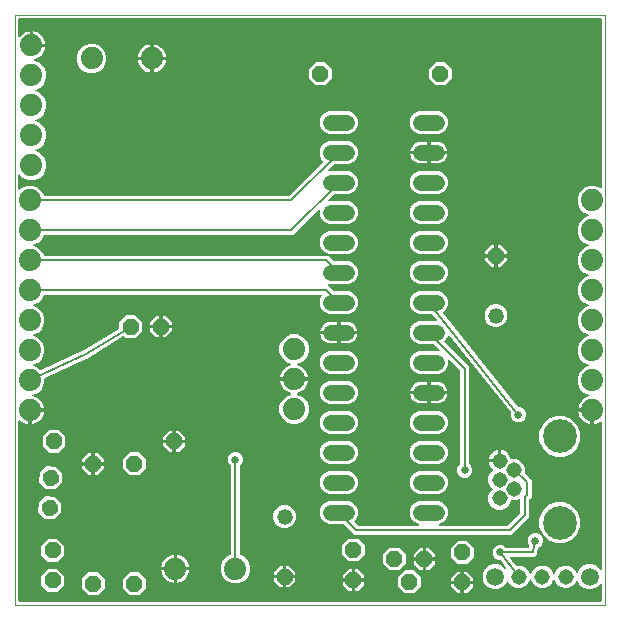
<source format=gbl>
G04 EAGLE Gerber X2 export*
%TF.Part,Single*%
%TF.FileFunction,Other,Bottom layer*%
%TF.FilePolarity,Positive*%
%TF.GenerationSoftware,Autodesk,EAGLE,8.7.1*%
%TF.CreationDate,2018-04-17T03:08:04Z*%
G75*
%MOMM*%
%FSLAX34Y34*%
%LPD*%
%AMOC8*
5,1,8,0,0,1.08239X$1,22.5*%
G01*
%ADD10C,0.000000*%
%ADD11C,1.879600*%
%ADD12P,1.429621X8X22.500000*%
%ADD13P,1.429621X8X292.500000*%
%ADD14C,1.320800*%
%ADD15P,1.429621X8X112.500000*%
%ADD16C,1.308000*%
%ADD17C,2.850000*%
%ADD18P,1.429621X8X110.700000*%
%ADD19P,1.429621X8X202.500000*%
%ADD20C,1.320800*%
%ADD21C,1.508000*%
%ADD22C,0.152400*%
%ADD23C,0.654800*%

G36*
X496210Y3052D02*
X496210Y3052D01*
X496229Y3050D01*
X496331Y3072D01*
X496433Y3088D01*
X496450Y3098D01*
X496470Y3102D01*
X496559Y3155D01*
X496650Y3204D01*
X496664Y3218D01*
X496681Y3228D01*
X496748Y3307D01*
X496820Y3382D01*
X496828Y3400D01*
X496841Y3415D01*
X496880Y3511D01*
X496923Y3605D01*
X496925Y3625D01*
X496933Y3643D01*
X496951Y3810D01*
X496951Y17519D01*
X496948Y17536D01*
X496950Y17552D01*
X496939Y17602D01*
X496938Y17661D01*
X496920Y17710D01*
X496912Y17761D01*
X496900Y17783D01*
X496898Y17792D01*
X496877Y17827D01*
X496853Y17892D01*
X496821Y17933D01*
X496796Y17979D01*
X496773Y18001D01*
X496772Y18003D01*
X496760Y18014D01*
X496744Y18028D01*
X496700Y18084D01*
X496656Y18112D01*
X496618Y18148D01*
X496553Y18178D01*
X496493Y18217D01*
X496442Y18230D01*
X496395Y18252D01*
X496324Y18260D01*
X496254Y18277D01*
X496202Y18273D01*
X496151Y18279D01*
X496080Y18264D01*
X496009Y18258D01*
X495961Y18238D01*
X495951Y18236D01*
X495941Y18234D01*
X495939Y18233D01*
X495910Y18227D01*
X495849Y18190D01*
X495783Y18162D01*
X495740Y18127D01*
X495724Y18119D01*
X495715Y18110D01*
X495699Y18101D01*
X495684Y18083D01*
X495652Y18057D01*
X492618Y15023D01*
X488726Y13411D01*
X484514Y13411D01*
X480622Y15023D01*
X477643Y18002D01*
X476782Y20081D01*
X476744Y20142D01*
X476715Y20208D01*
X476680Y20246D01*
X476652Y20290D01*
X476597Y20336D01*
X476549Y20389D01*
X476503Y20414D01*
X476463Y20447D01*
X476396Y20473D01*
X476333Y20507D01*
X476282Y20517D01*
X476233Y20535D01*
X476162Y20538D01*
X476091Y20551D01*
X476040Y20543D01*
X475988Y20546D01*
X475919Y20526D01*
X475848Y20515D01*
X475801Y20492D01*
X475751Y20477D01*
X475693Y20436D01*
X475629Y20404D01*
X475592Y20366D01*
X475549Y20337D01*
X475507Y20279D01*
X475456Y20228D01*
X475422Y20165D01*
X475403Y20139D01*
X475395Y20117D01*
X475375Y20081D01*
X474749Y18568D01*
X472052Y15871D01*
X468527Y14411D01*
X464713Y14411D01*
X461188Y15871D01*
X458491Y18568D01*
X457323Y21388D01*
X457286Y21449D01*
X457256Y21514D01*
X457221Y21552D01*
X457194Y21597D01*
X457139Y21642D01*
X457090Y21695D01*
X457044Y21720D01*
X457004Y21754D01*
X456937Y21779D01*
X456874Y21814D01*
X456823Y21823D01*
X456775Y21842D01*
X456703Y21845D01*
X456632Y21857D01*
X456581Y21850D01*
X456529Y21852D01*
X456460Y21832D01*
X456389Y21822D01*
X456343Y21798D01*
X456293Y21784D01*
X456234Y21743D01*
X456170Y21710D01*
X456133Y21673D01*
X456091Y21643D01*
X456048Y21586D01*
X455998Y21535D01*
X455963Y21472D01*
X455944Y21446D01*
X455937Y21424D01*
X455917Y21388D01*
X454749Y18568D01*
X452052Y15871D01*
X448527Y14411D01*
X444713Y14411D01*
X441188Y15871D01*
X438491Y18568D01*
X437323Y21388D01*
X437286Y21449D01*
X437256Y21514D01*
X437221Y21552D01*
X437194Y21597D01*
X437139Y21642D01*
X437090Y21695D01*
X437044Y21720D01*
X437004Y21754D01*
X436937Y21779D01*
X436874Y21814D01*
X436823Y21823D01*
X436775Y21842D01*
X436703Y21845D01*
X436632Y21857D01*
X436581Y21850D01*
X436529Y21852D01*
X436460Y21832D01*
X436389Y21822D01*
X436343Y21798D01*
X436293Y21784D01*
X436234Y21743D01*
X436170Y21710D01*
X436133Y21673D01*
X436091Y21643D01*
X436048Y21586D01*
X435998Y21535D01*
X435963Y21472D01*
X435944Y21446D01*
X435937Y21424D01*
X435917Y21388D01*
X434749Y18568D01*
X432052Y15871D01*
X428527Y14411D01*
X424713Y14411D01*
X421188Y15871D01*
X418491Y18568D01*
X417865Y20081D01*
X417827Y20142D01*
X417798Y20208D01*
X417762Y20246D01*
X417735Y20290D01*
X417680Y20336D01*
X417631Y20389D01*
X417586Y20414D01*
X417545Y20447D01*
X417479Y20473D01*
X417416Y20507D01*
X417364Y20516D01*
X417316Y20535D01*
X417244Y20538D01*
X417174Y20551D01*
X417122Y20543D01*
X417070Y20546D01*
X417001Y20526D01*
X416930Y20515D01*
X416884Y20492D01*
X416834Y20477D01*
X416775Y20436D01*
X416711Y20404D01*
X416675Y20366D01*
X416632Y20337D01*
X416589Y20279D01*
X416539Y20228D01*
X416504Y20165D01*
X416485Y20139D01*
X416478Y20117D01*
X416458Y20081D01*
X415597Y18002D01*
X412618Y15023D01*
X408726Y13411D01*
X404514Y13411D01*
X400622Y15023D01*
X397643Y18002D01*
X396031Y21894D01*
X396031Y26106D01*
X397643Y29998D01*
X400622Y32977D01*
X404514Y34589D01*
X408726Y34589D01*
X412618Y32977D01*
X414909Y30686D01*
X414966Y30645D01*
X415017Y30596D01*
X415065Y30574D01*
X415108Y30543D01*
X415176Y30522D01*
X415240Y30492D01*
X415293Y30486D01*
X415343Y30470D01*
X415414Y30472D01*
X415484Y30464D01*
X415536Y30475D01*
X415589Y30477D01*
X415656Y30501D01*
X415725Y30516D01*
X415770Y30543D01*
X415820Y30561D01*
X415875Y30605D01*
X415936Y30641D01*
X415971Y30681D01*
X416012Y30715D01*
X416050Y30774D01*
X416097Y30828D01*
X416117Y30877D01*
X416145Y30922D01*
X416163Y30990D01*
X416189Y31055D01*
X416192Y31109D01*
X416205Y31160D01*
X416200Y31230D01*
X416204Y31301D01*
X416190Y31352D01*
X416186Y31405D01*
X416159Y31470D01*
X416140Y31539D01*
X416103Y31602D01*
X416090Y31632D01*
X416071Y31656D01*
X416055Y31683D01*
X411273Y38024D01*
X411258Y38039D01*
X411247Y38057D01*
X411169Y38123D01*
X411095Y38194D01*
X411076Y38203D01*
X411060Y38217D01*
X410965Y38255D01*
X410873Y38299D01*
X410852Y38301D01*
X410832Y38309D01*
X410665Y38327D01*
X409792Y38327D01*
X407468Y39290D01*
X405690Y41068D01*
X404727Y43392D01*
X404727Y45908D01*
X405690Y48232D01*
X407468Y50010D01*
X409792Y50973D01*
X412308Y50973D01*
X414632Y50010D01*
X415958Y48684D01*
X416032Y48631D01*
X416101Y48571D01*
X416132Y48559D01*
X416158Y48540D01*
X416245Y48513D01*
X416330Y48479D01*
X416371Y48475D01*
X416393Y48468D01*
X416425Y48469D01*
X416496Y48461D01*
X434728Y48461D01*
X434783Y48470D01*
X434838Y48469D01*
X434903Y48489D01*
X434970Y48500D01*
X435019Y48526D01*
X435073Y48543D01*
X435128Y48584D01*
X435188Y48616D01*
X435226Y48656D01*
X435271Y48689D01*
X435310Y48744D01*
X435357Y48794D01*
X435381Y48844D01*
X435413Y48890D01*
X435448Y48989D01*
X435461Y49017D01*
X435462Y49029D01*
X435469Y49048D01*
X435722Y50127D01*
X435726Y50182D01*
X435740Y50236D01*
X435734Y50304D01*
X435739Y50372D01*
X435725Y50426D01*
X435721Y50482D01*
X435694Y50544D01*
X435677Y50610D01*
X435646Y50657D01*
X435624Y50708D01*
X435559Y50790D01*
X435542Y50816D01*
X435532Y50823D01*
X435519Y50839D01*
X435330Y51028D01*
X434367Y53352D01*
X434367Y55868D01*
X435330Y58192D01*
X437108Y59970D01*
X439432Y60933D01*
X441948Y60933D01*
X444272Y59970D01*
X446050Y58192D01*
X447013Y55868D01*
X447013Y53352D01*
X446050Y51028D01*
X444272Y49250D01*
X443606Y48974D01*
X443581Y48958D01*
X443552Y48949D01*
X443477Y48894D01*
X443397Y48845D01*
X443378Y48822D01*
X443354Y48804D01*
X443300Y48727D01*
X443240Y48655D01*
X443229Y48627D01*
X443212Y48603D01*
X443156Y48445D01*
X442181Y44294D01*
X442181Y44290D01*
X442179Y44287D01*
X442161Y44120D01*
X442161Y43072D01*
X441965Y42876D01*
X441963Y42873D01*
X441960Y42871D01*
X441890Y42772D01*
X441821Y42676D01*
X441820Y42673D01*
X441818Y42670D01*
X441762Y42511D01*
X441699Y42242D01*
X440807Y41690D01*
X440804Y41687D01*
X440801Y41686D01*
X440670Y41581D01*
X439928Y40839D01*
X439651Y40839D01*
X439648Y40839D01*
X439644Y40839D01*
X439526Y40819D01*
X439409Y40800D01*
X439406Y40798D01*
X439402Y40797D01*
X439251Y40725D01*
X439015Y40579D01*
X437994Y40819D01*
X437990Y40819D01*
X437987Y40821D01*
X437820Y40839D01*
X420223Y40839D01*
X420205Y40836D01*
X420186Y40838D01*
X420083Y40816D01*
X419980Y40800D01*
X419964Y40791D01*
X419946Y40787D01*
X419855Y40733D01*
X419763Y40684D01*
X419750Y40671D01*
X419734Y40661D01*
X419666Y40582D01*
X419594Y40506D01*
X419586Y40489D01*
X419574Y40475D01*
X419534Y40378D01*
X419490Y40283D01*
X419488Y40264D01*
X419481Y40247D01*
X419474Y40142D01*
X419463Y40039D01*
X419467Y40020D01*
X419466Y40001D01*
X419493Y39900D01*
X419515Y39798D01*
X419525Y39782D01*
X419530Y39764D01*
X419615Y39620D01*
X423939Y33886D01*
X423973Y33853D01*
X424000Y33815D01*
X424061Y33769D01*
X424117Y33716D01*
X424159Y33696D01*
X424197Y33668D01*
X424270Y33644D01*
X424339Y33611D01*
X424386Y33606D01*
X424431Y33592D01*
X424508Y33592D01*
X424584Y33584D01*
X424608Y33589D01*
X428527Y33589D01*
X432052Y32129D01*
X434749Y29432D01*
X435917Y26612D01*
X435955Y26551D01*
X435984Y26486D01*
X436019Y26448D01*
X436046Y26403D01*
X436102Y26358D01*
X436150Y26305D01*
X436196Y26280D01*
X436236Y26246D01*
X436303Y26221D01*
X436366Y26186D01*
X436417Y26177D01*
X436465Y26158D01*
X436537Y26155D01*
X436608Y26143D01*
X436659Y26150D01*
X436711Y26148D01*
X436780Y26168D01*
X436851Y26178D01*
X436897Y26202D01*
X436947Y26216D01*
X437006Y26257D01*
X437070Y26290D01*
X437107Y26327D01*
X437149Y26357D01*
X437192Y26414D01*
X437242Y26465D01*
X437277Y26528D01*
X437296Y26554D01*
X437303Y26576D01*
X437323Y26612D01*
X438491Y29432D01*
X441188Y32129D01*
X444713Y33589D01*
X448527Y33589D01*
X452052Y32129D01*
X454749Y29432D01*
X455917Y26612D01*
X455955Y26551D01*
X455984Y26486D01*
X456019Y26448D01*
X456046Y26403D01*
X456102Y26358D01*
X456150Y26305D01*
X456196Y26280D01*
X456236Y26246D01*
X456303Y26221D01*
X456366Y26186D01*
X456417Y26177D01*
X456465Y26158D01*
X456537Y26155D01*
X456608Y26143D01*
X456659Y26150D01*
X456711Y26148D01*
X456780Y26168D01*
X456851Y26178D01*
X456897Y26202D01*
X456947Y26216D01*
X457006Y26257D01*
X457070Y26290D01*
X457107Y26327D01*
X457149Y26357D01*
X457192Y26414D01*
X457242Y26465D01*
X457277Y26528D01*
X457296Y26554D01*
X457303Y26576D01*
X457323Y26612D01*
X458491Y29432D01*
X461188Y32129D01*
X464713Y33589D01*
X468527Y33589D01*
X472052Y32129D01*
X474749Y29432D01*
X475375Y27919D01*
X475413Y27858D01*
X475442Y27792D01*
X475478Y27754D01*
X475505Y27710D01*
X475560Y27664D01*
X475609Y27611D01*
X475654Y27586D01*
X475695Y27553D01*
X475761Y27527D01*
X475824Y27493D01*
X475876Y27484D01*
X475924Y27465D01*
X475996Y27462D01*
X476066Y27449D01*
X476118Y27457D01*
X476170Y27454D01*
X476239Y27474D01*
X476310Y27485D01*
X476356Y27508D01*
X476406Y27523D01*
X476465Y27564D01*
X476529Y27596D01*
X476565Y27634D01*
X476608Y27663D01*
X476651Y27721D01*
X476701Y27772D01*
X476736Y27835D01*
X476755Y27861D01*
X476762Y27883D01*
X476782Y27919D01*
X477643Y29998D01*
X480622Y32977D01*
X484514Y34589D01*
X488726Y34589D01*
X492618Y32977D01*
X495652Y29943D01*
X495710Y29901D01*
X495762Y29852D01*
X495809Y29830D01*
X495851Y29799D01*
X495920Y29778D01*
X495985Y29748D01*
X496037Y29742D01*
X496087Y29727D01*
X496158Y29729D01*
X496229Y29721D01*
X496280Y29732D01*
X496332Y29733D01*
X496400Y29758D01*
X496470Y29773D01*
X496515Y29800D01*
X496563Y29818D01*
X496619Y29863D01*
X496681Y29899D01*
X496715Y29939D01*
X496755Y29972D01*
X496794Y30032D01*
X496841Y30086D01*
X496860Y30135D01*
X496888Y30179D01*
X496906Y30248D01*
X496933Y30315D01*
X496941Y30386D01*
X496949Y30417D01*
X496947Y30440D01*
X496951Y30481D01*
X496951Y154662D01*
X496949Y154674D01*
X496951Y154686D01*
X496930Y154795D01*
X496912Y154905D01*
X496906Y154915D01*
X496904Y154927D01*
X496848Y155024D01*
X496796Y155122D01*
X496788Y155130D01*
X496782Y155141D01*
X496699Y155215D01*
X496618Y155292D01*
X496607Y155297D01*
X496598Y155305D01*
X496496Y155348D01*
X496395Y155395D01*
X496383Y155397D01*
X496372Y155401D01*
X496261Y155410D01*
X496151Y155422D01*
X496139Y155420D01*
X496127Y155421D01*
X496019Y155394D01*
X495910Y155370D01*
X495900Y155364D01*
X495888Y155361D01*
X495743Y155278D01*
X495207Y154889D01*
X493533Y154036D01*
X491746Y153455D01*
X490473Y153254D01*
X490473Y164338D01*
X490470Y164358D01*
X490472Y164377D01*
X490450Y164479D01*
X490433Y164581D01*
X490424Y164598D01*
X490420Y164618D01*
X490367Y164707D01*
X490318Y164798D01*
X490304Y164812D01*
X490294Y164829D01*
X490215Y164896D01*
X490140Y164967D01*
X490122Y164976D01*
X490107Y164989D01*
X490011Y165027D01*
X489917Y165071D01*
X489897Y165073D01*
X489879Y165081D01*
X489712Y165099D01*
X488949Y165099D01*
X488949Y165862D01*
X488946Y165882D01*
X488948Y165901D01*
X488926Y166003D01*
X488909Y166105D01*
X488900Y166122D01*
X488896Y166142D01*
X488843Y166231D01*
X488794Y166322D01*
X488780Y166336D01*
X488770Y166353D01*
X488691Y166420D01*
X488616Y166491D01*
X488598Y166500D01*
X488583Y166513D01*
X488487Y166552D01*
X488393Y166595D01*
X488373Y166597D01*
X488355Y166605D01*
X488188Y166623D01*
X477104Y166623D01*
X477305Y167896D01*
X477886Y169683D01*
X478739Y171357D01*
X479844Y172878D01*
X481172Y174206D01*
X482693Y175311D01*
X484367Y176164D01*
X486141Y176741D01*
X486231Y176787D01*
X486324Y176828D01*
X486340Y176843D01*
X486360Y176853D01*
X486430Y176926D01*
X486505Y176995D01*
X486516Y177014D01*
X486531Y177030D01*
X486575Y177121D01*
X486624Y177210D01*
X486628Y177232D01*
X486637Y177252D01*
X486649Y177352D01*
X486667Y177452D01*
X486664Y177474D01*
X486667Y177496D01*
X486646Y177595D01*
X486632Y177695D01*
X486622Y177715D01*
X486617Y177737D01*
X486566Y177824D01*
X486520Y177915D01*
X486504Y177930D01*
X486493Y177949D01*
X486417Y178016D01*
X486345Y178087D01*
X486320Y178100D01*
X486308Y178111D01*
X486278Y178124D01*
X486198Y178168D01*
X481899Y179948D01*
X478398Y183449D01*
X476503Y188024D01*
X476503Y192976D01*
X478398Y197551D01*
X481899Y201052D01*
X485388Y202497D01*
X485449Y202535D01*
X485514Y202564D01*
X485552Y202599D01*
X485597Y202626D01*
X485643Y202682D01*
X485695Y202730D01*
X485720Y202776D01*
X485754Y202816D01*
X485779Y202883D01*
X485814Y202946D01*
X485823Y202997D01*
X485842Y203045D01*
X485845Y203117D01*
X485858Y203188D01*
X485850Y203239D01*
X485852Y203291D01*
X485832Y203360D01*
X485822Y203431D01*
X485798Y203477D01*
X485784Y203527D01*
X485743Y203586D01*
X485710Y203650D01*
X485673Y203687D01*
X485643Y203729D01*
X485586Y203772D01*
X485535Y203822D01*
X485472Y203857D01*
X485446Y203876D01*
X485424Y203883D01*
X485388Y203903D01*
X481899Y205348D01*
X478398Y208849D01*
X476503Y213424D01*
X476503Y218376D01*
X478398Y222951D01*
X481899Y226452D01*
X485388Y227897D01*
X485449Y227935D01*
X485514Y227964D01*
X485552Y227999D01*
X485597Y228026D01*
X485643Y228082D01*
X485695Y228130D01*
X485720Y228176D01*
X485754Y228216D01*
X485779Y228283D01*
X485814Y228346D01*
X485823Y228397D01*
X485842Y228445D01*
X485845Y228517D01*
X485858Y228588D01*
X485850Y228639D01*
X485852Y228691D01*
X485832Y228760D01*
X485822Y228831D01*
X485798Y228877D01*
X485784Y228927D01*
X485743Y228986D01*
X485710Y229050D01*
X485673Y229087D01*
X485643Y229129D01*
X485586Y229172D01*
X485535Y229222D01*
X485472Y229257D01*
X485446Y229276D01*
X485424Y229283D01*
X485388Y229303D01*
X481899Y230748D01*
X478398Y234249D01*
X476503Y238824D01*
X476503Y243776D01*
X478398Y248351D01*
X481899Y251852D01*
X485388Y253297D01*
X485449Y253335D01*
X485514Y253364D01*
X485552Y253399D01*
X485597Y253426D01*
X485642Y253481D01*
X485695Y253530D01*
X485720Y253576D01*
X485754Y253616D01*
X485779Y253683D01*
X485814Y253746D01*
X485823Y253797D01*
X485842Y253845D01*
X485845Y253917D01*
X485858Y253988D01*
X485850Y254039D01*
X485852Y254091D01*
X485832Y254160D01*
X485822Y254231D01*
X485798Y254277D01*
X485784Y254327D01*
X485743Y254386D01*
X485710Y254450D01*
X485673Y254487D01*
X485643Y254529D01*
X485586Y254572D01*
X485535Y254622D01*
X485472Y254657D01*
X485446Y254676D01*
X485424Y254683D01*
X485388Y254703D01*
X481899Y256148D01*
X478398Y259649D01*
X476503Y264224D01*
X476503Y269176D01*
X478398Y273751D01*
X481899Y277252D01*
X485388Y278697D01*
X485449Y278735D01*
X485514Y278764D01*
X485552Y278799D01*
X485597Y278826D01*
X485643Y278882D01*
X485695Y278930D01*
X485720Y278976D01*
X485754Y279016D01*
X485779Y279083D01*
X485814Y279146D01*
X485823Y279197D01*
X485842Y279245D01*
X485845Y279317D01*
X485858Y279388D01*
X485850Y279439D01*
X485852Y279491D01*
X485832Y279560D01*
X485822Y279631D01*
X485798Y279677D01*
X485784Y279727D01*
X485743Y279786D01*
X485710Y279850D01*
X485673Y279887D01*
X485643Y279929D01*
X485586Y279972D01*
X485535Y280022D01*
X485472Y280057D01*
X485446Y280076D01*
X485424Y280083D01*
X485388Y280103D01*
X481899Y281548D01*
X478398Y285049D01*
X476503Y289624D01*
X476503Y294576D01*
X478398Y299151D01*
X481899Y302652D01*
X485388Y304097D01*
X485449Y304135D01*
X485514Y304164D01*
X485552Y304199D01*
X485597Y304226D01*
X485643Y304282D01*
X485695Y304330D01*
X485720Y304376D01*
X485754Y304416D01*
X485779Y304483D01*
X485814Y304546D01*
X485823Y304597D01*
X485842Y304645D01*
X485845Y304717D01*
X485858Y304788D01*
X485850Y304839D01*
X485852Y304891D01*
X485832Y304960D01*
X485822Y305031D01*
X485798Y305077D01*
X485784Y305127D01*
X485743Y305186D01*
X485710Y305250D01*
X485673Y305287D01*
X485643Y305329D01*
X485586Y305372D01*
X485535Y305422D01*
X485472Y305457D01*
X485446Y305476D01*
X485424Y305483D01*
X485388Y305503D01*
X481899Y306948D01*
X478398Y310449D01*
X476503Y315024D01*
X476503Y319976D01*
X478398Y324551D01*
X481899Y328052D01*
X485388Y329497D01*
X485449Y329535D01*
X485514Y329564D01*
X485552Y329599D01*
X485597Y329626D01*
X485643Y329682D01*
X485695Y329730D01*
X485720Y329776D01*
X485754Y329816D01*
X485779Y329883D01*
X485814Y329946D01*
X485823Y329997D01*
X485842Y330045D01*
X485845Y330117D01*
X485858Y330188D01*
X485850Y330239D01*
X485852Y330291D01*
X485832Y330360D01*
X485822Y330431D01*
X485798Y330477D01*
X485784Y330527D01*
X485743Y330586D01*
X485710Y330650D01*
X485673Y330687D01*
X485643Y330729D01*
X485586Y330772D01*
X485535Y330822D01*
X485472Y330857D01*
X485446Y330876D01*
X485424Y330883D01*
X485388Y330903D01*
X481899Y332348D01*
X478398Y335849D01*
X476503Y340424D01*
X476503Y345376D01*
X478398Y349951D01*
X481899Y353452D01*
X486474Y355347D01*
X491426Y355347D01*
X495899Y353494D01*
X495943Y353484D01*
X495985Y353464D01*
X496062Y353456D01*
X496138Y353438D01*
X496184Y353442D01*
X496229Y353437D01*
X496306Y353454D01*
X496383Y353461D01*
X496425Y353480D01*
X496470Y353489D01*
X496537Y353529D01*
X496608Y353561D01*
X496642Y353592D01*
X496681Y353616D01*
X496732Y353675D01*
X496789Y353727D01*
X496811Y353768D01*
X496841Y353802D01*
X496870Y353875D01*
X496907Y353943D01*
X496916Y353988D01*
X496933Y354031D01*
X496948Y354167D01*
X496951Y354185D01*
X496950Y354190D01*
X496951Y354197D01*
X496951Y496190D01*
X496948Y496210D01*
X496950Y496229D01*
X496928Y496331D01*
X496912Y496433D01*
X496902Y496450D01*
X496898Y496470D01*
X496845Y496559D01*
X496796Y496650D01*
X496782Y496664D01*
X496772Y496681D01*
X496693Y496748D01*
X496618Y496820D01*
X496600Y496828D01*
X496585Y496841D01*
X496489Y496880D01*
X496395Y496923D01*
X496375Y496925D01*
X496357Y496933D01*
X496190Y496951D01*
X3810Y496951D01*
X3790Y496948D01*
X3771Y496950D01*
X3669Y496928D01*
X3567Y496912D01*
X3550Y496902D01*
X3530Y496898D01*
X3441Y496845D01*
X3350Y496796D01*
X3336Y496782D01*
X3319Y496772D01*
X3252Y496693D01*
X3180Y496618D01*
X3172Y496600D01*
X3159Y496585D01*
X3120Y496489D01*
X3077Y496395D01*
X3075Y496375D01*
X3067Y496357D01*
X3049Y496190D01*
X3049Y481461D01*
X3050Y481453D01*
X3049Y481445D01*
X3070Y481332D01*
X3088Y481218D01*
X3092Y481211D01*
X3094Y481203D01*
X3150Y481103D01*
X3204Y481001D01*
X3209Y480995D01*
X3213Y480988D01*
X3298Y480911D01*
X3382Y480832D01*
X3389Y480828D01*
X3395Y480823D01*
X3501Y480776D01*
X3605Y480728D01*
X3613Y480727D01*
X3620Y480724D01*
X3735Y480713D01*
X3849Y480701D01*
X3857Y480702D01*
X3865Y480702D01*
X3978Y480729D01*
X4090Y480753D01*
X4097Y480757D01*
X4104Y480759D01*
X4203Y480820D01*
X4301Y480879D01*
X4306Y480885D01*
X4313Y480890D01*
X4426Y481014D01*
X4974Y481768D01*
X6302Y483096D01*
X7823Y484201D01*
X9497Y485054D01*
X11284Y485635D01*
X12557Y485836D01*
X12557Y474752D01*
X12560Y474732D01*
X12558Y474713D01*
X12580Y474611D01*
X12597Y474509D01*
X12606Y474492D01*
X12610Y474472D01*
X12663Y474383D01*
X12712Y474292D01*
X12726Y474278D01*
X12736Y474261D01*
X12815Y474194D01*
X12890Y474123D01*
X12908Y474114D01*
X12923Y474101D01*
X13019Y474063D01*
X13113Y474019D01*
X13133Y474017D01*
X13151Y474009D01*
X13318Y473991D01*
X14081Y473991D01*
X14081Y473228D01*
X14084Y473208D01*
X14082Y473189D01*
X14104Y473087D01*
X14121Y472985D01*
X14130Y472968D01*
X14134Y472948D01*
X14187Y472859D01*
X14236Y472768D01*
X14250Y472754D01*
X14260Y472737D01*
X14339Y472670D01*
X14414Y472599D01*
X14432Y472590D01*
X14447Y472577D01*
X14543Y472538D01*
X14637Y472495D01*
X14657Y472493D01*
X14675Y472485D01*
X14842Y472467D01*
X25926Y472467D01*
X25725Y471194D01*
X25144Y469407D01*
X24291Y467733D01*
X23186Y466212D01*
X21858Y464884D01*
X20337Y463779D01*
X18663Y462926D01*
X16889Y462349D01*
X16799Y462303D01*
X16706Y462262D01*
X16690Y462247D01*
X16670Y462237D01*
X16600Y462164D01*
X16525Y462095D01*
X16514Y462076D01*
X16499Y462060D01*
X16455Y461969D01*
X16406Y461880D01*
X16402Y461858D01*
X16393Y461838D01*
X16381Y461738D01*
X16363Y461638D01*
X16366Y461616D01*
X16363Y461594D01*
X16384Y461495D01*
X16398Y461395D01*
X16408Y461375D01*
X16413Y461353D01*
X16464Y461266D01*
X16510Y461175D01*
X16526Y461160D01*
X16537Y461141D01*
X16613Y461074D01*
X16685Y461003D01*
X16710Y460990D01*
X16722Y460979D01*
X16752Y460966D01*
X16832Y460922D01*
X21131Y459142D01*
X24632Y455641D01*
X26527Y451066D01*
X26527Y446114D01*
X24632Y441539D01*
X21131Y438038D01*
X17642Y436593D01*
X17581Y436555D01*
X17516Y436526D01*
X17478Y436491D01*
X17433Y436464D01*
X17387Y436408D01*
X17335Y436360D01*
X17310Y436314D01*
X17276Y436274D01*
X17251Y436207D01*
X17216Y436144D01*
X17207Y436093D01*
X17188Y436045D01*
X17185Y435973D01*
X17172Y435902D01*
X17180Y435851D01*
X17178Y435799D01*
X17198Y435730D01*
X17208Y435659D01*
X17232Y435613D01*
X17246Y435563D01*
X17287Y435504D01*
X17320Y435440D01*
X17357Y435403D01*
X17387Y435361D01*
X17444Y435318D01*
X17495Y435268D01*
X17558Y435233D01*
X17584Y435214D01*
X17606Y435207D01*
X17642Y435187D01*
X21131Y433742D01*
X24632Y430241D01*
X26527Y425666D01*
X26527Y420714D01*
X24632Y416139D01*
X21131Y412638D01*
X17642Y411193D01*
X17581Y411155D01*
X17516Y411126D01*
X17478Y411091D01*
X17433Y411064D01*
X17387Y411008D01*
X17335Y410960D01*
X17310Y410914D01*
X17276Y410874D01*
X17251Y410807D01*
X17216Y410744D01*
X17207Y410693D01*
X17188Y410645D01*
X17185Y410573D01*
X17172Y410502D01*
X17180Y410451D01*
X17178Y410399D01*
X17198Y410330D01*
X17208Y410259D01*
X17232Y410213D01*
X17246Y410163D01*
X17287Y410104D01*
X17320Y410040D01*
X17357Y410003D01*
X17387Y409961D01*
X17444Y409918D01*
X17495Y409868D01*
X17558Y409833D01*
X17584Y409814D01*
X17606Y409807D01*
X17642Y409787D01*
X21131Y408342D01*
X24632Y404841D01*
X26527Y400266D01*
X26527Y395314D01*
X24632Y390739D01*
X21131Y387238D01*
X17642Y385793D01*
X17581Y385755D01*
X17516Y385726D01*
X17478Y385691D01*
X17433Y385664D01*
X17387Y385608D01*
X17335Y385560D01*
X17310Y385514D01*
X17276Y385474D01*
X17251Y385407D01*
X17216Y385344D01*
X17207Y385293D01*
X17188Y385245D01*
X17185Y385173D01*
X17172Y385102D01*
X17180Y385051D01*
X17178Y384999D01*
X17198Y384930D01*
X17208Y384859D01*
X17232Y384813D01*
X17246Y384763D01*
X17287Y384704D01*
X17320Y384640D01*
X17357Y384603D01*
X17387Y384561D01*
X17444Y384518D01*
X17495Y384468D01*
X17558Y384433D01*
X17584Y384414D01*
X17606Y384407D01*
X17642Y384387D01*
X21131Y382942D01*
X24632Y379441D01*
X26527Y374866D01*
X26527Y369914D01*
X24632Y365339D01*
X21131Y361838D01*
X16556Y359943D01*
X11604Y359943D01*
X7029Y361838D01*
X4348Y364519D01*
X4290Y364561D01*
X4238Y364611D01*
X4191Y364633D01*
X4149Y364663D01*
X4080Y364684D01*
X4015Y364714D01*
X3963Y364720D01*
X3913Y364735D01*
X3842Y364733D01*
X3771Y364741D01*
X3720Y364730D01*
X3668Y364729D01*
X3600Y364704D01*
X3530Y364689D01*
X3485Y364662D01*
X3437Y364644D01*
X3381Y364600D01*
X3319Y364563D01*
X3285Y364523D01*
X3245Y364491D01*
X3206Y364430D01*
X3159Y364376D01*
X3140Y364328D01*
X3112Y364284D01*
X3094Y364214D01*
X3067Y364148D01*
X3059Y364076D01*
X3051Y364045D01*
X3053Y364022D01*
X3049Y363981D01*
X3049Y352689D01*
X3060Y352618D01*
X3062Y352546D01*
X3080Y352497D01*
X3088Y352446D01*
X3122Y352383D01*
X3147Y352315D01*
X3179Y352275D01*
X3204Y352229D01*
X3256Y352179D01*
X3300Y352123D01*
X3344Y352095D01*
X3382Y352059D01*
X3447Y352029D01*
X3507Y351990D01*
X3558Y351978D01*
X3605Y351956D01*
X3676Y351948D01*
X3746Y351930D01*
X3798Y351934D01*
X3849Y351929D01*
X3920Y351944D01*
X3991Y351949D01*
X4039Y351970D01*
X4090Y351981D01*
X4151Y352018D01*
X4217Y352046D01*
X4273Y352091D01*
X4301Y352107D01*
X4316Y352125D01*
X4348Y352151D01*
X5649Y353452D01*
X10224Y355347D01*
X15176Y355347D01*
X19751Y353452D01*
X23252Y349951D01*
X24399Y347181D01*
X24461Y347081D01*
X24521Y346981D01*
X24525Y346977D01*
X24529Y346972D01*
X24619Y346897D01*
X24708Y346821D01*
X24713Y346819D01*
X24718Y346815D01*
X24827Y346773D01*
X24936Y346729D01*
X24943Y346728D01*
X24948Y346727D01*
X24966Y346726D01*
X25102Y346711D01*
X232206Y346711D01*
X232296Y346725D01*
X232387Y346733D01*
X232417Y346745D01*
X232449Y346750D01*
X232530Y346793D01*
X232614Y346829D01*
X232646Y346855D01*
X232666Y346866D01*
X232689Y346889D01*
X232744Y346934D01*
X261040Y375229D01*
X261051Y375245D01*
X261067Y375257D01*
X261123Y375345D01*
X261183Y375429D01*
X261189Y375448D01*
X261200Y375464D01*
X261225Y375565D01*
X261256Y375664D01*
X261255Y375684D01*
X261260Y375703D01*
X261252Y375806D01*
X261249Y375910D01*
X261242Y375928D01*
X261241Y375948D01*
X261200Y376043D01*
X261165Y376141D01*
X261152Y376156D01*
X261144Y376174D01*
X261040Y376305D01*
X259613Y377732D01*
X258143Y381280D01*
X258143Y385120D01*
X259613Y388668D01*
X262328Y391383D01*
X265876Y392853D01*
X282924Y392853D01*
X286472Y391383D01*
X289187Y388668D01*
X290657Y385120D01*
X290657Y381280D01*
X289187Y377732D01*
X286472Y375017D01*
X282924Y373547D01*
X270452Y373547D01*
X270362Y373533D01*
X270271Y373525D01*
X270241Y373513D01*
X270209Y373508D01*
X270128Y373465D01*
X270044Y373429D01*
X270012Y373403D01*
X269992Y373392D01*
X269969Y373369D01*
X269914Y373324D01*
X265341Y368752D01*
X265300Y368694D01*
X265250Y368642D01*
X265228Y368595D01*
X265198Y368553D01*
X265177Y368484D01*
X265147Y368419D01*
X265141Y368367D01*
X265126Y368317D01*
X265127Y368246D01*
X265120Y368175D01*
X265131Y368124D01*
X265132Y368072D01*
X265157Y368004D01*
X265172Y367934D01*
X265198Y367889D01*
X265216Y367841D01*
X265261Y367785D01*
X265298Y367723D01*
X265338Y367689D01*
X265370Y367649D01*
X265430Y367610D01*
X265485Y367563D01*
X265533Y367544D01*
X265577Y367516D01*
X265646Y367498D01*
X265713Y367471D01*
X265784Y367463D01*
X265816Y367455D01*
X265839Y367457D01*
X265880Y367453D01*
X282924Y367453D01*
X286472Y365983D01*
X289187Y363268D01*
X290657Y359720D01*
X290657Y355880D01*
X289187Y352332D01*
X286472Y349617D01*
X282924Y348147D01*
X270452Y348147D01*
X270362Y348133D01*
X270271Y348125D01*
X270241Y348113D01*
X270209Y348108D01*
X270128Y348065D01*
X270044Y348029D01*
X270012Y348003D01*
X269992Y347992D01*
X269969Y347969D01*
X269914Y347924D01*
X265341Y343352D01*
X265300Y343294D01*
X265250Y343242D01*
X265228Y343195D01*
X265198Y343153D01*
X265177Y343084D01*
X265147Y343019D01*
X265141Y342967D01*
X265126Y342917D01*
X265127Y342846D01*
X265120Y342775D01*
X265131Y342724D01*
X265132Y342672D01*
X265157Y342604D01*
X265172Y342534D01*
X265198Y342489D01*
X265216Y342441D01*
X265261Y342385D01*
X265298Y342323D01*
X265338Y342289D01*
X265370Y342249D01*
X265430Y342210D01*
X265485Y342163D01*
X265533Y342144D01*
X265577Y342116D01*
X265646Y342098D01*
X265713Y342071D01*
X265784Y342063D01*
X265816Y342055D01*
X265839Y342057D01*
X265880Y342053D01*
X282924Y342053D01*
X286472Y340583D01*
X289187Y337868D01*
X290657Y334320D01*
X290657Y330480D01*
X289187Y326932D01*
X286472Y324217D01*
X282924Y322747D01*
X265876Y322747D01*
X262328Y324217D01*
X259613Y326932D01*
X258143Y330480D01*
X258143Y334316D01*
X258132Y334387D01*
X258130Y334459D01*
X258112Y334508D01*
X258104Y334559D01*
X258070Y334622D01*
X258045Y334690D01*
X258013Y334730D01*
X257988Y334776D01*
X257936Y334826D01*
X257892Y334882D01*
X257848Y334910D01*
X257810Y334946D01*
X257745Y334976D01*
X257685Y335015D01*
X257634Y335027D01*
X257587Y335049D01*
X257516Y335057D01*
X257446Y335075D01*
X257394Y335071D01*
X257343Y335076D01*
X257272Y335061D01*
X257201Y335056D01*
X257153Y335035D01*
X257102Y335024D01*
X257041Y334987D01*
X256975Y334959D01*
X256919Y334915D01*
X256891Y334898D01*
X256876Y334880D01*
X256844Y334855D01*
X235678Y313689D01*
X25102Y313689D01*
X24988Y313670D01*
X24871Y313653D01*
X24866Y313651D01*
X24860Y313650D01*
X24757Y313595D01*
X24652Y313542D01*
X24648Y313537D01*
X24642Y313534D01*
X24562Y313450D01*
X24480Y313366D01*
X24476Y313360D01*
X24473Y313356D01*
X24465Y313339D01*
X24399Y313219D01*
X23252Y310449D01*
X19751Y306948D01*
X16262Y305503D01*
X16201Y305465D01*
X16136Y305436D01*
X16097Y305401D01*
X16053Y305374D01*
X16007Y305318D01*
X15955Y305270D01*
X15930Y305224D01*
X15896Y305184D01*
X15871Y305117D01*
X15836Y305054D01*
X15827Y305003D01*
X15808Y304955D01*
X15805Y304883D01*
X15792Y304812D01*
X15800Y304761D01*
X15798Y304709D01*
X15818Y304640D01*
X15828Y304569D01*
X15852Y304523D01*
X15866Y304473D01*
X15907Y304414D01*
X15940Y304350D01*
X15977Y304313D01*
X16007Y304271D01*
X16064Y304228D01*
X16115Y304178D01*
X16178Y304143D01*
X16204Y304124D01*
X16226Y304117D01*
X16262Y304097D01*
X19751Y302652D01*
X23252Y299151D01*
X24399Y296381D01*
X24461Y296281D01*
X24521Y296181D01*
X24525Y296177D01*
X24529Y296172D01*
X24619Y296097D01*
X24708Y296021D01*
X24713Y296019D01*
X24718Y296015D01*
X24827Y295973D01*
X24936Y295929D01*
X24943Y295928D01*
X24948Y295927D01*
X24966Y295926D01*
X25102Y295911D01*
X265478Y295911D01*
X269913Y291476D01*
X269987Y291423D01*
X270057Y291363D01*
X270087Y291351D01*
X270113Y291332D01*
X270200Y291305D01*
X270285Y291271D01*
X270326Y291267D01*
X270348Y291260D01*
X270380Y291261D01*
X270452Y291253D01*
X282924Y291253D01*
X286472Y289783D01*
X289187Y287068D01*
X290657Y283520D01*
X290657Y279680D01*
X289187Y276132D01*
X286472Y273417D01*
X282924Y271947D01*
X265880Y271947D01*
X265809Y271936D01*
X265737Y271934D01*
X265688Y271916D01*
X265637Y271908D01*
X265574Y271874D01*
X265506Y271849D01*
X265466Y271817D01*
X265420Y271792D01*
X265370Y271741D01*
X265314Y271696D01*
X265286Y271652D01*
X265250Y271614D01*
X265220Y271549D01*
X265181Y271489D01*
X265169Y271438D01*
X265147Y271391D01*
X265139Y271320D01*
X265121Y271250D01*
X265125Y271198D01*
X265120Y271147D01*
X265135Y271076D01*
X265140Y271005D01*
X265161Y270957D01*
X265172Y270906D01*
X265209Y270845D01*
X265237Y270779D01*
X265281Y270723D01*
X265298Y270695D01*
X265316Y270680D01*
X265341Y270648D01*
X269913Y266076D01*
X269987Y266023D01*
X270057Y265963D01*
X270087Y265951D01*
X270113Y265932D01*
X270200Y265905D01*
X270285Y265871D01*
X270326Y265867D01*
X270348Y265860D01*
X270380Y265861D01*
X270452Y265853D01*
X282924Y265853D01*
X286472Y264383D01*
X289187Y261668D01*
X290657Y258120D01*
X290657Y254280D01*
X289187Y250732D01*
X286472Y248017D01*
X282924Y246547D01*
X265876Y246547D01*
X262328Y248017D01*
X259613Y250732D01*
X258143Y254280D01*
X258143Y258120D01*
X259628Y261703D01*
X259648Y261747D01*
X259678Y261789D01*
X259699Y261858D01*
X259730Y261923D01*
X259735Y261975D01*
X259751Y262024D01*
X259749Y262096D01*
X259757Y262167D01*
X259746Y262218D01*
X259744Y262270D01*
X259720Y262338D01*
X259704Y262408D01*
X259678Y262452D01*
X259660Y262501D01*
X259615Y262557D01*
X259578Y262619D01*
X259539Y262653D01*
X259506Y262693D01*
X259446Y262732D01*
X259391Y262779D01*
X259343Y262798D01*
X259300Y262826D01*
X259230Y262844D01*
X259163Y262871D01*
X259092Y262879D01*
X259061Y262887D01*
X259038Y262885D01*
X258996Y262889D01*
X25102Y262889D01*
X24988Y262870D01*
X24872Y262853D01*
X24866Y262851D01*
X24860Y262850D01*
X24757Y262795D01*
X24652Y262742D01*
X24648Y262737D01*
X24642Y262734D01*
X24562Y262650D01*
X24480Y262566D01*
X24476Y262560D01*
X24473Y262556D01*
X24465Y262539D01*
X24399Y262419D01*
X23252Y259649D01*
X19751Y256148D01*
X16262Y254703D01*
X16201Y254665D01*
X16136Y254636D01*
X16097Y254601D01*
X16053Y254574D01*
X16007Y254518D01*
X15955Y254470D01*
X15930Y254424D01*
X15896Y254384D01*
X15871Y254317D01*
X15836Y254254D01*
X15827Y254203D01*
X15808Y254155D01*
X15805Y254083D01*
X15792Y254012D01*
X15800Y253961D01*
X15798Y253909D01*
X15818Y253840D01*
X15828Y253769D01*
X15852Y253723D01*
X15866Y253673D01*
X15907Y253614D01*
X15940Y253550D01*
X15977Y253513D01*
X16007Y253471D01*
X16064Y253428D01*
X16115Y253378D01*
X16178Y253343D01*
X16204Y253324D01*
X16226Y253317D01*
X16262Y253297D01*
X19751Y251852D01*
X23252Y248351D01*
X25147Y243776D01*
X25147Y238824D01*
X23252Y234249D01*
X19751Y230748D01*
X16262Y229303D01*
X16201Y229265D01*
X16136Y229236D01*
X16097Y229201D01*
X16053Y229174D01*
X16007Y229118D01*
X15955Y229070D01*
X15930Y229024D01*
X15896Y228984D01*
X15871Y228917D01*
X15836Y228854D01*
X15827Y228803D01*
X15808Y228755D01*
X15805Y228683D01*
X15792Y228612D01*
X15800Y228561D01*
X15798Y228509D01*
X15818Y228440D01*
X15828Y228369D01*
X15852Y228323D01*
X15866Y228273D01*
X15907Y228214D01*
X15940Y228150D01*
X15977Y228113D01*
X16007Y228071D01*
X16064Y228028D01*
X16115Y227978D01*
X16178Y227943D01*
X16204Y227924D01*
X16226Y227917D01*
X16262Y227897D01*
X19751Y226452D01*
X23252Y222951D01*
X25147Y218376D01*
X25147Y213424D01*
X23252Y208849D01*
X19751Y205348D01*
X16262Y203903D01*
X16201Y203865D01*
X16136Y203836D01*
X16097Y203801D01*
X16053Y203774D01*
X16007Y203718D01*
X15955Y203670D01*
X15930Y203624D01*
X15896Y203584D01*
X15871Y203517D01*
X15836Y203454D01*
X15827Y203403D01*
X15808Y203355D01*
X15805Y203283D01*
X15792Y203212D01*
X15800Y203161D01*
X15798Y203109D01*
X15818Y203040D01*
X15828Y202969D01*
X15852Y202923D01*
X15866Y202873D01*
X15907Y202814D01*
X15940Y202750D01*
X15977Y202713D01*
X16007Y202671D01*
X16064Y202628D01*
X16115Y202578D01*
X16178Y202543D01*
X16204Y202524D01*
X16226Y202517D01*
X16262Y202497D01*
X19751Y201052D01*
X21477Y199326D01*
X21485Y199320D01*
X21491Y199312D01*
X21585Y199248D01*
X21676Y199182D01*
X21686Y199179D01*
X21694Y199174D01*
X21803Y199143D01*
X21912Y199110D01*
X21921Y199110D01*
X21931Y199107D01*
X22044Y199113D01*
X22157Y199116D01*
X22167Y199119D01*
X22177Y199120D01*
X22336Y199173D01*
X58255Y215845D01*
X58279Y215861D01*
X58333Y215886D01*
X88184Y234221D01*
X88228Y234258D01*
X88277Y234288D01*
X88320Y234338D01*
X88370Y234382D01*
X88400Y234431D01*
X88437Y234475D01*
X88462Y234536D01*
X88495Y234593D01*
X88507Y234649D01*
X88529Y234703D01*
X88540Y234803D01*
X88546Y234834D01*
X88545Y234848D01*
X88547Y234869D01*
X88547Y239898D01*
X94202Y245553D01*
X102198Y245553D01*
X107853Y239898D01*
X107853Y231902D01*
X102198Y226247D01*
X94202Y226247D01*
X92938Y227511D01*
X92894Y227542D01*
X92857Y227581D01*
X92795Y227614D01*
X92739Y227654D01*
X92687Y227670D01*
X92639Y227695D01*
X92570Y227706D01*
X92503Y227727D01*
X92449Y227725D01*
X92396Y227734D01*
X92327Y227722D01*
X92258Y227720D01*
X92207Y227702D01*
X92153Y227693D01*
X92054Y227646D01*
X92027Y227636D01*
X92018Y227629D01*
X92002Y227621D01*
X63449Y210085D01*
X63413Y210054D01*
X63372Y210030D01*
X63321Y209974D01*
X63263Y209924D01*
X63239Y209883D01*
X63207Y209848D01*
X63149Y209730D01*
X63138Y209712D01*
X63137Y209708D01*
X61946Y209155D01*
X61921Y209139D01*
X61868Y209114D01*
X60747Y208425D01*
X60713Y208428D01*
X60667Y208440D01*
X60591Y208436D01*
X60515Y208442D01*
X60469Y208430D01*
X60422Y208428D01*
X60297Y208386D01*
X60277Y208381D01*
X60271Y208377D01*
X60263Y208374D01*
X25587Y192280D01*
X25504Y192223D01*
X25417Y192172D01*
X25403Y192155D01*
X25384Y192142D01*
X25323Y192062D01*
X25257Y191985D01*
X25249Y191964D01*
X25235Y191946D01*
X25203Y191851D01*
X25165Y191757D01*
X25162Y191729D01*
X25157Y191713D01*
X25157Y191681D01*
X25147Y191590D01*
X25147Y188024D01*
X23252Y183449D01*
X19751Y179948D01*
X15452Y178168D01*
X15366Y178114D01*
X15277Y178066D01*
X15262Y178050D01*
X15243Y178038D01*
X15179Y177960D01*
X15110Y177886D01*
X15101Y177866D01*
X15087Y177849D01*
X15050Y177754D01*
X15009Y177662D01*
X15006Y177640D01*
X14998Y177619D01*
X14994Y177518D01*
X14984Y177417D01*
X14989Y177396D01*
X14988Y177373D01*
X15016Y177276D01*
X15039Y177177D01*
X15050Y177158D01*
X15057Y177137D01*
X15114Y177054D01*
X15167Y176968D01*
X15184Y176953D01*
X15197Y176935D01*
X15278Y176875D01*
X15356Y176810D01*
X15381Y176798D01*
X15394Y176788D01*
X15425Y176778D01*
X15509Y176741D01*
X17283Y176164D01*
X18957Y175311D01*
X20478Y174206D01*
X21806Y172878D01*
X22911Y171357D01*
X23764Y169683D01*
X24345Y167896D01*
X24546Y166623D01*
X13462Y166623D01*
X13442Y166620D01*
X13423Y166622D01*
X13321Y166600D01*
X13219Y166583D01*
X13202Y166574D01*
X13182Y166570D01*
X13093Y166517D01*
X13002Y166468D01*
X12988Y166454D01*
X12971Y166444D01*
X12904Y166365D01*
X12833Y166290D01*
X12824Y166272D01*
X12811Y166257D01*
X12773Y166161D01*
X12729Y166067D01*
X12727Y166047D01*
X12719Y166029D01*
X12701Y165862D01*
X12701Y165099D01*
X11938Y165099D01*
X11918Y165096D01*
X11899Y165098D01*
X11797Y165076D01*
X11695Y165059D01*
X11678Y165050D01*
X11658Y165046D01*
X11569Y164993D01*
X11478Y164944D01*
X11464Y164930D01*
X11447Y164920D01*
X11380Y164841D01*
X11309Y164766D01*
X11300Y164748D01*
X11287Y164733D01*
X11248Y164637D01*
X11205Y164543D01*
X11203Y164523D01*
X11195Y164505D01*
X11177Y164338D01*
X11177Y153254D01*
X9904Y153455D01*
X8117Y154036D01*
X6443Y154889D01*
X4922Y155994D01*
X4348Y156568D01*
X4290Y156610D01*
X4238Y156659D01*
X4191Y156681D01*
X4149Y156711D01*
X4080Y156732D01*
X4015Y156763D01*
X3963Y156768D01*
X3913Y156784D01*
X3842Y156782D01*
X3771Y156790D01*
X3720Y156779D01*
X3668Y156777D01*
X3600Y156753D01*
X3530Y156738D01*
X3485Y156711D01*
X3437Y156693D01*
X3381Y156648D01*
X3319Y156611D01*
X3285Y156572D01*
X3245Y156539D01*
X3206Y156479D01*
X3159Y156424D01*
X3140Y156376D01*
X3112Y156332D01*
X3094Y156263D01*
X3067Y156196D01*
X3059Y156125D01*
X3051Y156094D01*
X3053Y156070D01*
X3049Y156030D01*
X3049Y3810D01*
X3052Y3790D01*
X3050Y3771D01*
X3072Y3669D01*
X3088Y3567D01*
X3098Y3550D01*
X3102Y3530D01*
X3155Y3441D01*
X3204Y3350D01*
X3218Y3336D01*
X3228Y3319D01*
X3307Y3252D01*
X3382Y3180D01*
X3400Y3172D01*
X3415Y3159D01*
X3511Y3120D01*
X3605Y3077D01*
X3625Y3075D01*
X3643Y3067D01*
X3810Y3049D01*
X496190Y3049D01*
X496210Y3052D01*
G37*
%LPC*%
G36*
X287722Y59689D02*
X287722Y59689D01*
X278887Y68524D01*
X278813Y68577D01*
X278743Y68637D01*
X278713Y68649D01*
X278687Y68668D01*
X278600Y68695D01*
X278515Y68729D01*
X278474Y68733D01*
X278452Y68740D01*
X278420Y68739D01*
X278348Y68747D01*
X265876Y68747D01*
X262328Y70217D01*
X259613Y72932D01*
X258143Y76480D01*
X258143Y80320D01*
X259613Y83868D01*
X262328Y86583D01*
X265876Y88053D01*
X282924Y88053D01*
X286472Y86583D01*
X289187Y83868D01*
X290657Y80320D01*
X290657Y76480D01*
X289187Y72932D01*
X287760Y71505D01*
X287749Y71489D01*
X287733Y71477D01*
X287677Y71389D01*
X287617Y71306D01*
X287611Y71287D01*
X287600Y71270D01*
X287575Y71169D01*
X287544Y71071D01*
X287545Y71051D01*
X287540Y71031D01*
X287548Y70928D01*
X287551Y70825D01*
X287558Y70806D01*
X287559Y70786D01*
X287600Y70691D01*
X287635Y70594D01*
X287648Y70578D01*
X287656Y70560D01*
X287760Y70429D01*
X290656Y67534D01*
X290730Y67481D01*
X290799Y67421D01*
X290829Y67409D01*
X290855Y67390D01*
X290942Y67363D01*
X291027Y67329D01*
X291068Y67325D01*
X291090Y67318D01*
X291123Y67319D01*
X291194Y67311D01*
X341717Y67311D01*
X341813Y67326D01*
X341910Y67336D01*
X341934Y67346D01*
X341960Y67350D01*
X342046Y67396D01*
X342135Y67436D01*
X342154Y67453D01*
X342177Y67466D01*
X342244Y67536D01*
X342316Y67602D01*
X342329Y67625D01*
X342347Y67644D01*
X342387Y67732D01*
X342434Y67818D01*
X342439Y67843D01*
X342450Y67867D01*
X342461Y67964D01*
X342478Y68060D01*
X342474Y68086D01*
X342477Y68111D01*
X342457Y68207D01*
X342442Y68303D01*
X342431Y68326D01*
X342425Y68352D01*
X342375Y68435D01*
X342331Y68522D01*
X342312Y68541D01*
X342299Y68563D01*
X342225Y68626D01*
X342155Y68694D01*
X342127Y68710D01*
X342112Y68723D01*
X342081Y68735D01*
X342008Y68775D01*
X338528Y70217D01*
X335813Y72932D01*
X334343Y76480D01*
X334343Y80320D01*
X335813Y83868D01*
X338528Y86583D01*
X342076Y88053D01*
X359124Y88053D01*
X362672Y86583D01*
X365387Y83868D01*
X366857Y80320D01*
X366857Y76480D01*
X365387Y72932D01*
X362672Y70217D01*
X359192Y68775D01*
X359109Y68724D01*
X359023Y68678D01*
X359005Y68659D01*
X358983Y68646D01*
X358920Y68571D01*
X358853Y68500D01*
X358842Y68476D01*
X358826Y68456D01*
X358791Y68365D01*
X358750Y68277D01*
X358747Y68251D01*
X358738Y68227D01*
X358733Y68129D01*
X358723Y68033D01*
X358728Y68007D01*
X358727Y67981D01*
X358754Y67887D01*
X358775Y67792D01*
X358788Y67770D01*
X358796Y67745D01*
X358851Y67665D01*
X358901Y67581D01*
X358921Y67564D01*
X358936Y67543D01*
X359014Y67484D01*
X359088Y67421D01*
X359112Y67411D01*
X359133Y67396D01*
X359226Y67366D01*
X359316Y67329D01*
X359349Y67326D01*
X359367Y67320D01*
X359400Y67320D01*
X359483Y67311D01*
X417206Y67311D01*
X417296Y67325D01*
X417387Y67333D01*
X417417Y67345D01*
X417449Y67350D01*
X417530Y67393D01*
X417614Y67429D01*
X417646Y67455D01*
X417666Y67466D01*
X417689Y67489D01*
X417744Y67534D01*
X427766Y77556D01*
X427819Y77629D01*
X427879Y77699D01*
X427891Y77729D01*
X427910Y77755D01*
X427937Y77842D01*
X427971Y77927D01*
X427975Y77968D01*
X427982Y77990D01*
X427981Y78023D01*
X427989Y78094D01*
X427989Y89101D01*
X427988Y89108D01*
X427988Y89109D01*
X427987Y89116D01*
X427982Y89146D01*
X427984Y89192D01*
X427962Y89267D01*
X427950Y89344D01*
X427928Y89384D01*
X427915Y89428D01*
X427871Y89492D01*
X427834Y89561D01*
X427801Y89593D01*
X427775Y89630D01*
X427713Y89677D01*
X427656Y89730D01*
X427614Y89750D01*
X427578Y89777D01*
X427504Y89801D01*
X427433Y89834D01*
X427387Y89839D01*
X427344Y89853D01*
X427266Y89852D01*
X427189Y89861D01*
X427144Y89851D01*
X427098Y89851D01*
X426966Y89813D01*
X426948Y89809D01*
X426944Y89806D01*
X426937Y89804D01*
X424467Y88781D01*
X420789Y88781D01*
X420675Y88762D01*
X420558Y88745D01*
X420553Y88743D01*
X420547Y88742D01*
X420444Y88687D01*
X420339Y88634D01*
X420335Y88629D01*
X420329Y88626D01*
X420249Y88542D01*
X420167Y88458D01*
X420163Y88452D01*
X420160Y88448D01*
X420152Y88431D01*
X420086Y88311D01*
X418689Y84938D01*
X415992Y82241D01*
X412467Y80781D01*
X408653Y80781D01*
X405128Y82241D01*
X402431Y84938D01*
X400971Y88463D01*
X400971Y92277D01*
X402431Y95802D01*
X404461Y97832D01*
X404473Y97848D01*
X404488Y97860D01*
X404544Y97948D01*
X404605Y98031D01*
X404611Y98050D01*
X404621Y98067D01*
X404647Y98168D01*
X404677Y98267D01*
X404677Y98286D01*
X404681Y98306D01*
X404673Y98409D01*
X404671Y98512D01*
X404664Y98531D01*
X404662Y98551D01*
X404622Y98646D01*
X404586Y98743D01*
X404574Y98759D01*
X404566Y98777D01*
X404461Y98908D01*
X402431Y100938D01*
X400971Y104463D01*
X400971Y108277D01*
X402431Y111802D01*
X404820Y114191D01*
X404832Y114207D01*
X404848Y114220D01*
X404904Y114307D01*
X404964Y114391D01*
X404970Y114410D01*
X404981Y114426D01*
X405006Y114527D01*
X405036Y114626D01*
X405036Y114646D01*
X405041Y114665D01*
X405033Y114768D01*
X405030Y114872D01*
X405023Y114890D01*
X405022Y114910D01*
X404981Y115005D01*
X404946Y115103D01*
X404933Y115118D01*
X404925Y115137D01*
X404820Y115267D01*
X403507Y116581D01*
X402513Y118069D01*
X401828Y119721D01*
X401604Y120847D01*
X409798Y120847D01*
X409818Y120850D01*
X409837Y120848D01*
X409939Y120870D01*
X410041Y120887D01*
X410058Y120896D01*
X410078Y120900D01*
X410167Y120953D01*
X410258Y121002D01*
X410272Y121016D01*
X410289Y121026D01*
X410356Y121105D01*
X410427Y121180D01*
X410436Y121198D01*
X410449Y121213D01*
X410487Y121309D01*
X410531Y121403D01*
X410533Y121423D01*
X410541Y121441D01*
X410559Y121608D01*
X410559Y122371D01*
X411322Y122371D01*
X411342Y122374D01*
X411361Y122372D01*
X411463Y122394D01*
X411565Y122411D01*
X411582Y122420D01*
X411602Y122424D01*
X411691Y122477D01*
X411782Y122526D01*
X411796Y122540D01*
X411813Y122550D01*
X411880Y122629D01*
X411951Y122704D01*
X411960Y122722D01*
X411973Y122737D01*
X412012Y122833D01*
X412055Y122927D01*
X412057Y122947D01*
X412065Y122965D01*
X412083Y123132D01*
X412083Y131326D01*
X413209Y131102D01*
X414861Y130417D01*
X416349Y129423D01*
X417613Y128159D01*
X418607Y126671D01*
X419292Y125019D01*
X419409Y124428D01*
X419442Y124340D01*
X419469Y124249D01*
X419485Y124225D01*
X419496Y124198D01*
X419555Y124125D01*
X419609Y124047D01*
X419632Y124030D01*
X419651Y124007D01*
X419730Y123957D01*
X419806Y123901D01*
X419834Y123892D01*
X419859Y123876D01*
X419950Y123854D01*
X420040Y123824D01*
X420069Y123825D01*
X420098Y123818D01*
X420192Y123826D01*
X420286Y123827D01*
X420322Y123837D01*
X420343Y123839D01*
X420373Y123852D01*
X420447Y123874D01*
X420653Y123959D01*
X424467Y123959D01*
X427992Y122499D01*
X430689Y119802D01*
X432149Y116277D01*
X432149Y112463D01*
X431898Y111857D01*
X431894Y111841D01*
X431886Y111827D01*
X431866Y111722D01*
X431842Y111618D01*
X431843Y111601D01*
X431840Y111585D01*
X431855Y111479D01*
X431865Y111373D01*
X431872Y111358D01*
X431874Y111342D01*
X431922Y111246D01*
X431965Y111148D01*
X431976Y111136D01*
X431983Y111121D01*
X432096Y110997D01*
X435158Y108277D01*
X435216Y108240D01*
X435268Y108195D01*
X435319Y108175D01*
X435366Y108145D01*
X435433Y108129D01*
X435479Y108110D01*
X436525Y107064D01*
X436539Y107054D01*
X436558Y107033D01*
X437670Y106046D01*
X437681Y105994D01*
X437717Y105934D01*
X437737Y105889D01*
X437737Y104409D01*
X437740Y104392D01*
X437738Y104364D01*
X437826Y102879D01*
X437797Y102834D01*
X437781Y102767D01*
X437755Y102703D01*
X437747Y102627D01*
X437739Y102595D01*
X437741Y102574D01*
X437737Y102537D01*
X437737Y91866D01*
X435834Y89963D01*
X435781Y89889D01*
X435721Y89819D01*
X435709Y89789D01*
X435690Y89763D01*
X435663Y89676D01*
X435629Y89591D01*
X435625Y89550D01*
X435618Y89528D01*
X435619Y89496D01*
X435611Y89424D01*
X435611Y74622D01*
X420678Y59689D01*
X287722Y59689D01*
G37*
%LPD*%
%LPC*%
G36*
X379742Y107977D02*
X379742Y107977D01*
X377418Y108940D01*
X375640Y110718D01*
X374677Y113042D01*
X374677Y115558D01*
X375640Y117882D01*
X376966Y119208D01*
X377019Y119282D01*
X377079Y119351D01*
X377091Y119382D01*
X377110Y119408D01*
X377137Y119495D01*
X377171Y119580D01*
X377175Y119621D01*
X377182Y119643D01*
X377181Y119675D01*
X377189Y119746D01*
X377189Y198506D01*
X377175Y198596D01*
X377167Y198687D01*
X377155Y198717D01*
X377150Y198749D01*
X377107Y198830D01*
X377071Y198914D01*
X377045Y198946D01*
X377034Y198966D01*
X377011Y198989D01*
X376966Y199044D01*
X368156Y207855D01*
X368098Y207896D01*
X368046Y207946D01*
X367999Y207968D01*
X367957Y207998D01*
X367888Y208019D01*
X367823Y208049D01*
X367771Y208055D01*
X367721Y208070D01*
X367650Y208069D01*
X367579Y208076D01*
X367528Y208065D01*
X367476Y208064D01*
X367408Y208039D01*
X367338Y208024D01*
X367293Y207998D01*
X367245Y207980D01*
X367189Y207935D01*
X367127Y207898D01*
X367093Y207858D01*
X367053Y207826D01*
X367014Y207766D01*
X366967Y207711D01*
X366948Y207663D01*
X366920Y207619D01*
X366902Y207550D01*
X366875Y207483D01*
X366867Y207412D01*
X366859Y207380D01*
X366861Y207357D01*
X366857Y207316D01*
X366857Y203480D01*
X365387Y199932D01*
X362672Y197217D01*
X359124Y195747D01*
X342076Y195747D01*
X338528Y197217D01*
X335813Y199932D01*
X334343Y203480D01*
X334343Y207320D01*
X335813Y210868D01*
X338528Y213583D01*
X342076Y215053D01*
X359120Y215053D01*
X359191Y215064D01*
X359263Y215066D01*
X359312Y215084D01*
X359363Y215092D01*
X359426Y215126D01*
X359494Y215151D01*
X359534Y215183D01*
X359580Y215208D01*
X359630Y215260D01*
X359686Y215304D01*
X359714Y215348D01*
X359750Y215386D01*
X359780Y215451D01*
X359819Y215511D01*
X359831Y215562D01*
X359853Y215609D01*
X359861Y215680D01*
X359879Y215750D01*
X359875Y215802D01*
X359880Y215853D01*
X359865Y215924D01*
X359860Y215995D01*
X359839Y216043D01*
X359828Y216094D01*
X359791Y216155D01*
X359763Y216221D01*
X359719Y216277D01*
X359702Y216305D01*
X359684Y216320D01*
X359659Y216352D01*
X355086Y220924D01*
X355012Y220977D01*
X354943Y221037D01*
X354913Y221049D01*
X354887Y221068D01*
X354800Y221095D01*
X354715Y221129D01*
X354674Y221133D01*
X354652Y221140D01*
X354619Y221139D01*
X354548Y221147D01*
X342076Y221147D01*
X338528Y222617D01*
X335813Y225332D01*
X334343Y228880D01*
X334343Y232720D01*
X335813Y236268D01*
X338528Y238983D01*
X342076Y240453D01*
X356721Y240453D01*
X356750Y240457D01*
X356780Y240455D01*
X356871Y240477D01*
X356964Y240492D01*
X356990Y240506D01*
X357019Y240513D01*
X357098Y240564D01*
X357181Y240608D01*
X357202Y240629D01*
X357227Y240645D01*
X357286Y240718D01*
X357351Y240786D01*
X357363Y240813D01*
X357382Y240836D01*
X357415Y240924D01*
X357454Y241009D01*
X357458Y241038D01*
X357468Y241066D01*
X357471Y241160D01*
X357481Y241253D01*
X357475Y241282D01*
X357476Y241312D01*
X357449Y241402D01*
X357429Y241494D01*
X357414Y241519D01*
X357406Y241547D01*
X357316Y241689D01*
X353663Y246261D01*
X353655Y246268D01*
X353650Y246277D01*
X353565Y246350D01*
X353481Y246426D01*
X353471Y246430D01*
X353463Y246437D01*
X353358Y246479D01*
X353255Y246524D01*
X353245Y246525D01*
X353235Y246529D01*
X353068Y246547D01*
X342076Y246547D01*
X338528Y248017D01*
X335813Y250732D01*
X334343Y254280D01*
X334343Y258120D01*
X335813Y261668D01*
X338528Y264383D01*
X342076Y265853D01*
X359124Y265853D01*
X362672Y264383D01*
X365387Y261668D01*
X366857Y258120D01*
X366857Y254280D01*
X365387Y250732D01*
X362789Y248134D01*
X362730Y248052D01*
X362666Y247974D01*
X362658Y247952D01*
X362645Y247934D01*
X362615Y247838D01*
X362580Y247743D01*
X362579Y247721D01*
X362573Y247699D01*
X362575Y247598D01*
X362572Y247498D01*
X362578Y247476D01*
X362579Y247453D01*
X362614Y247358D01*
X362642Y247262D01*
X362658Y247238D01*
X362663Y247222D01*
X362684Y247196D01*
X362732Y247120D01*
X425903Y168053D01*
X425911Y168046D01*
X425916Y168037D01*
X426002Y167964D01*
X426086Y167888D01*
X426095Y167884D01*
X426103Y167877D01*
X426208Y167835D01*
X426312Y167790D01*
X426322Y167789D01*
X426331Y167785D01*
X426498Y167767D01*
X427564Y167767D01*
X429888Y166804D01*
X431666Y165026D01*
X432629Y162702D01*
X432629Y160186D01*
X431666Y157862D01*
X429888Y156084D01*
X427564Y155121D01*
X425048Y155121D01*
X422724Y156084D01*
X420946Y157862D01*
X419983Y160186D01*
X419983Y162734D01*
X420005Y162793D01*
X420007Y162841D01*
X420018Y162889D01*
X420011Y162963D01*
X420013Y163038D01*
X419999Y163085D01*
X419995Y163134D01*
X419964Y163202D01*
X419943Y163274D01*
X419907Y163330D01*
X419895Y163358D01*
X419878Y163377D01*
X419853Y163416D01*
X367898Y228444D01*
X367833Y228503D01*
X367773Y228568D01*
X367742Y228585D01*
X367716Y228609D01*
X367635Y228644D01*
X367558Y228686D01*
X367523Y228693D01*
X367490Y228707D01*
X367402Y228715D01*
X367316Y228730D01*
X367280Y228725D01*
X367245Y228728D01*
X367159Y228707D01*
X367072Y228694D01*
X367041Y228678D01*
X367006Y228670D01*
X366932Y228623D01*
X366853Y228583D01*
X366828Y228557D01*
X366798Y228538D01*
X366742Y228470D01*
X366681Y228407D01*
X366659Y228367D01*
X366643Y228347D01*
X366632Y228318D01*
X366600Y228260D01*
X365387Y225332D01*
X363960Y223905D01*
X363949Y223889D01*
X363933Y223877D01*
X363877Y223790D01*
X363817Y223706D01*
X363811Y223687D01*
X363800Y223670D01*
X363775Y223569D01*
X363744Y223471D01*
X363745Y223451D01*
X363740Y223431D01*
X363748Y223328D01*
X363751Y223225D01*
X363758Y223206D01*
X363759Y223186D01*
X363800Y223091D01*
X363835Y222994D01*
X363848Y222978D01*
X363856Y222960D01*
X363960Y222829D01*
X384811Y201978D01*
X384811Y119746D01*
X384825Y119656D01*
X384833Y119565D01*
X384845Y119536D01*
X384850Y119504D01*
X384893Y119423D01*
X384929Y119339D01*
X384955Y119307D01*
X384966Y119286D01*
X384989Y119264D01*
X385034Y119208D01*
X386360Y117882D01*
X387323Y115558D01*
X387323Y113042D01*
X386360Y110718D01*
X384582Y108940D01*
X382258Y107977D01*
X379742Y107977D01*
G37*
%LPD*%
%LPC*%
G36*
X233974Y153623D02*
X233974Y153623D01*
X229399Y155518D01*
X225898Y159019D01*
X224003Y163594D01*
X224003Y168546D01*
X225898Y173121D01*
X229399Y176622D01*
X233698Y178402D01*
X233784Y178456D01*
X233873Y178504D01*
X233888Y178520D01*
X233907Y178532D01*
X233971Y178610D01*
X234040Y178684D01*
X234049Y178704D01*
X234063Y178721D01*
X234100Y178816D01*
X234141Y178908D01*
X234144Y178930D01*
X234152Y178951D01*
X234156Y179052D01*
X234166Y179153D01*
X234161Y179174D01*
X234162Y179197D01*
X234134Y179294D01*
X234111Y179393D01*
X234100Y179412D01*
X234093Y179433D01*
X234036Y179516D01*
X233983Y179602D01*
X233966Y179617D01*
X233953Y179635D01*
X233872Y179695D01*
X233794Y179760D01*
X233769Y179772D01*
X233756Y179782D01*
X233725Y179792D01*
X233641Y179829D01*
X231867Y180406D01*
X230193Y181259D01*
X228672Y182364D01*
X227344Y183692D01*
X226239Y185213D01*
X225386Y186887D01*
X224805Y188674D01*
X224604Y189947D01*
X235688Y189947D01*
X235708Y189950D01*
X235727Y189948D01*
X235829Y189970D01*
X235931Y189987D01*
X235948Y189996D01*
X235968Y190000D01*
X236057Y190053D01*
X236148Y190102D01*
X236162Y190116D01*
X236179Y190126D01*
X236246Y190205D01*
X236317Y190280D01*
X236326Y190298D01*
X236339Y190313D01*
X236377Y190409D01*
X236421Y190503D01*
X236423Y190523D01*
X236431Y190541D01*
X236449Y190708D01*
X236449Y192232D01*
X236446Y192252D01*
X236448Y192271D01*
X236426Y192373D01*
X236409Y192475D01*
X236400Y192492D01*
X236396Y192512D01*
X236343Y192601D01*
X236294Y192692D01*
X236280Y192706D01*
X236270Y192723D01*
X236191Y192790D01*
X236116Y192861D01*
X236098Y192870D01*
X236083Y192883D01*
X235987Y192922D01*
X235893Y192965D01*
X235873Y192967D01*
X235855Y192975D01*
X235688Y192993D01*
X224604Y192993D01*
X224805Y194266D01*
X225386Y196053D01*
X226239Y197727D01*
X227344Y199248D01*
X228672Y200576D01*
X230193Y201681D01*
X231867Y202534D01*
X233641Y203111D01*
X233731Y203157D01*
X233824Y203198D01*
X233840Y203213D01*
X233860Y203223D01*
X233930Y203296D01*
X234005Y203365D01*
X234016Y203384D01*
X234031Y203400D01*
X234075Y203491D01*
X234124Y203580D01*
X234128Y203602D01*
X234137Y203622D01*
X234149Y203722D01*
X234167Y203822D01*
X234164Y203844D01*
X234167Y203866D01*
X234146Y203965D01*
X234132Y204065D01*
X234122Y204085D01*
X234117Y204107D01*
X234066Y204194D01*
X234020Y204285D01*
X234004Y204300D01*
X233993Y204319D01*
X233917Y204386D01*
X233845Y204457D01*
X233820Y204470D01*
X233808Y204481D01*
X233778Y204494D01*
X233698Y204538D01*
X229399Y206318D01*
X225898Y209819D01*
X224003Y214394D01*
X224003Y219346D01*
X225898Y223921D01*
X229399Y227422D01*
X233974Y229317D01*
X238926Y229317D01*
X243501Y227422D01*
X247002Y223921D01*
X248897Y219346D01*
X248897Y214394D01*
X247002Y209819D01*
X243501Y206318D01*
X239202Y204538D01*
X239116Y204484D01*
X239027Y204436D01*
X239012Y204420D01*
X238993Y204408D01*
X238929Y204330D01*
X238860Y204256D01*
X238851Y204236D01*
X238837Y204219D01*
X238800Y204124D01*
X238759Y204032D01*
X238756Y204010D01*
X238748Y203989D01*
X238744Y203888D01*
X238734Y203787D01*
X238739Y203766D01*
X238738Y203743D01*
X238766Y203646D01*
X238789Y203547D01*
X238800Y203528D01*
X238807Y203507D01*
X238864Y203424D01*
X238917Y203338D01*
X238934Y203323D01*
X238947Y203305D01*
X239028Y203245D01*
X239106Y203180D01*
X239131Y203168D01*
X239144Y203158D01*
X239175Y203148D01*
X239259Y203111D01*
X241033Y202534D01*
X242707Y201681D01*
X244228Y200576D01*
X245556Y199248D01*
X246661Y197727D01*
X247514Y196053D01*
X248095Y194266D01*
X248296Y192993D01*
X237212Y192993D01*
X237192Y192990D01*
X237173Y192992D01*
X237071Y192970D01*
X236969Y192953D01*
X236952Y192944D01*
X236932Y192940D01*
X236843Y192887D01*
X236752Y192838D01*
X236738Y192824D01*
X236721Y192814D01*
X236654Y192735D01*
X236583Y192660D01*
X236574Y192642D01*
X236561Y192627D01*
X236523Y192531D01*
X236479Y192437D01*
X236477Y192417D01*
X236469Y192399D01*
X236451Y192232D01*
X236451Y190708D01*
X236454Y190688D01*
X236452Y190669D01*
X236474Y190567D01*
X236491Y190465D01*
X236500Y190448D01*
X236504Y190428D01*
X236557Y190339D01*
X236606Y190248D01*
X236620Y190234D01*
X236630Y190217D01*
X236709Y190150D01*
X236784Y190079D01*
X236802Y190070D01*
X236817Y190057D01*
X236913Y190018D01*
X237007Y189975D01*
X237027Y189973D01*
X237045Y189965D01*
X237212Y189947D01*
X248296Y189947D01*
X248095Y188674D01*
X247514Y186887D01*
X246661Y185213D01*
X245556Y183692D01*
X244228Y182364D01*
X242707Y181259D01*
X241033Y180406D01*
X239259Y179829D01*
X239169Y179783D01*
X239076Y179742D01*
X239060Y179727D01*
X239040Y179717D01*
X238970Y179644D01*
X238895Y179575D01*
X238884Y179556D01*
X238869Y179540D01*
X238825Y179449D01*
X238776Y179360D01*
X238772Y179338D01*
X238763Y179318D01*
X238751Y179218D01*
X238733Y179118D01*
X238736Y179096D01*
X238733Y179074D01*
X238754Y178975D01*
X238768Y178875D01*
X238778Y178855D01*
X238783Y178833D01*
X238834Y178746D01*
X238880Y178655D01*
X238896Y178640D01*
X238907Y178621D01*
X238983Y178554D01*
X239055Y178483D01*
X239080Y178470D01*
X239092Y178459D01*
X239122Y178446D01*
X239202Y178402D01*
X243501Y176622D01*
X247002Y173121D01*
X248897Y168546D01*
X248897Y163594D01*
X247002Y159019D01*
X243501Y155518D01*
X238926Y153623D01*
X233974Y153623D01*
G37*
%LPD*%
%LPC*%
G36*
X184324Y18553D02*
X184324Y18553D01*
X179749Y20448D01*
X176248Y23949D01*
X174353Y28524D01*
X174353Y33476D01*
X176248Y38051D01*
X179749Y41552D01*
X182519Y42699D01*
X182619Y42761D01*
X182627Y42766D01*
X182670Y42789D01*
X182677Y42795D01*
X182719Y42821D01*
X182723Y42825D01*
X182728Y42829D01*
X182803Y42919D01*
X182879Y43008D01*
X182881Y43013D01*
X182885Y43018D01*
X182927Y43127D01*
X182971Y43236D01*
X182972Y43243D01*
X182973Y43248D01*
X182974Y43266D01*
X182989Y43402D01*
X182989Y117854D01*
X182975Y117944D01*
X182967Y118035D01*
X182955Y118064D01*
X182950Y118096D01*
X182907Y118177D01*
X182871Y118261D01*
X182845Y118293D01*
X182834Y118314D01*
X182811Y118336D01*
X182766Y118392D01*
X181440Y119718D01*
X180477Y122042D01*
X180477Y124558D01*
X181440Y126882D01*
X183218Y128660D01*
X185542Y129623D01*
X188058Y129623D01*
X190382Y128660D01*
X192160Y126882D01*
X193123Y124558D01*
X193123Y122042D01*
X192160Y119718D01*
X190834Y118392D01*
X190781Y118318D01*
X190721Y118249D01*
X190709Y118218D01*
X190690Y118192D01*
X190663Y118105D01*
X190629Y118020D01*
X190625Y117979D01*
X190618Y117957D01*
X190619Y117925D01*
X190611Y117854D01*
X190611Y43402D01*
X190630Y43288D01*
X190647Y43171D01*
X190649Y43166D01*
X190650Y43160D01*
X190705Y43057D01*
X190758Y42952D01*
X190763Y42948D01*
X190766Y42942D01*
X190850Y42862D01*
X190934Y42780D01*
X190940Y42776D01*
X190944Y42773D01*
X190961Y42765D01*
X190988Y42750D01*
X190995Y42744D01*
X191009Y42739D01*
X191081Y42699D01*
X193851Y41552D01*
X197352Y38051D01*
X199247Y33476D01*
X199247Y28524D01*
X197352Y23949D01*
X193851Y20448D01*
X189276Y18553D01*
X184324Y18553D01*
G37*
%LPD*%
%LPC*%
G36*
X458119Y52571D02*
X458119Y52571D01*
X451761Y55205D01*
X446895Y60071D01*
X444261Y66429D01*
X444261Y73311D01*
X446895Y79669D01*
X451761Y84535D01*
X458119Y87169D01*
X465001Y87169D01*
X471359Y84535D01*
X476225Y79669D01*
X478859Y73311D01*
X478859Y66429D01*
X476225Y60071D01*
X471359Y55205D01*
X465001Y52571D01*
X458119Y52571D01*
G37*
%LPD*%
%LPC*%
G36*
X458119Y125571D02*
X458119Y125571D01*
X451761Y128205D01*
X446895Y133071D01*
X444261Y139429D01*
X444261Y146311D01*
X446895Y152669D01*
X451761Y157535D01*
X458119Y160169D01*
X465001Y160169D01*
X471359Y157535D01*
X476225Y152669D01*
X478859Y146311D01*
X478859Y139429D01*
X476225Y133071D01*
X471359Y128205D01*
X465001Y125571D01*
X458119Y125571D01*
G37*
%LPD*%
%LPC*%
G36*
X265808Y297375D02*
X265808Y297375D01*
X262328Y298817D01*
X259613Y301532D01*
X258143Y305080D01*
X258143Y308920D01*
X259613Y312468D01*
X262328Y315183D01*
X265876Y316653D01*
X282924Y316653D01*
X286472Y315183D01*
X289187Y312468D01*
X290657Y308920D01*
X290657Y305080D01*
X289187Y301532D01*
X286472Y298817D01*
X282924Y297347D01*
X265880Y297347D01*
X265864Y297345D01*
X265808Y297375D01*
G37*
%LPD*%
%LPC*%
G36*
X342076Y297347D02*
X342076Y297347D01*
X338528Y298817D01*
X335813Y301532D01*
X334343Y305080D01*
X334343Y308920D01*
X335813Y312468D01*
X338528Y315183D01*
X342076Y316653D01*
X359124Y316653D01*
X362672Y315183D01*
X365387Y312468D01*
X366857Y308920D01*
X366857Y305080D01*
X365387Y301532D01*
X362672Y298817D01*
X359124Y297347D01*
X342076Y297347D01*
G37*
%LPD*%
%LPC*%
G36*
X342076Y119547D02*
X342076Y119547D01*
X338528Y121017D01*
X335813Y123732D01*
X334343Y127280D01*
X334343Y131120D01*
X335813Y134668D01*
X338528Y137383D01*
X342076Y138853D01*
X359124Y138853D01*
X362672Y137383D01*
X365387Y134668D01*
X366857Y131120D01*
X366857Y127280D01*
X365387Y123732D01*
X362672Y121017D01*
X359124Y119547D01*
X342076Y119547D01*
G37*
%LPD*%
%LPC*%
G36*
X342076Y398947D02*
X342076Y398947D01*
X338528Y400417D01*
X335813Y403132D01*
X334343Y406680D01*
X334343Y410520D01*
X335813Y414068D01*
X338528Y416783D01*
X342076Y418253D01*
X359124Y418253D01*
X362672Y416783D01*
X365387Y414068D01*
X366857Y410520D01*
X366857Y406680D01*
X365387Y403132D01*
X362672Y400417D01*
X359124Y398947D01*
X342076Y398947D01*
G37*
%LPD*%
%LPC*%
G36*
X265876Y398947D02*
X265876Y398947D01*
X262328Y400417D01*
X259613Y403132D01*
X258143Y406680D01*
X258143Y410520D01*
X259613Y414068D01*
X262328Y416783D01*
X265876Y418253D01*
X282924Y418253D01*
X286472Y416783D01*
X289187Y414068D01*
X290657Y410520D01*
X290657Y406680D01*
X289187Y403132D01*
X286472Y400417D01*
X282924Y398947D01*
X265876Y398947D01*
G37*
%LPD*%
%LPC*%
G36*
X265876Y195747D02*
X265876Y195747D01*
X262328Y197217D01*
X259613Y199932D01*
X258143Y203480D01*
X258143Y207320D01*
X259613Y210868D01*
X262328Y213583D01*
X265876Y215053D01*
X282924Y215053D01*
X286472Y213583D01*
X289187Y210868D01*
X290657Y207320D01*
X290657Y203480D01*
X289187Y199932D01*
X286472Y197217D01*
X282924Y195747D01*
X265876Y195747D01*
G37*
%LPD*%
%LPC*%
G36*
X265876Y170347D02*
X265876Y170347D01*
X262328Y171817D01*
X259613Y174532D01*
X258143Y178080D01*
X258143Y181920D01*
X259613Y185468D01*
X262328Y188183D01*
X265876Y189653D01*
X282924Y189653D01*
X286472Y188183D01*
X289187Y185468D01*
X290657Y181920D01*
X290657Y178080D01*
X289187Y174532D01*
X286472Y171817D01*
X282924Y170347D01*
X265876Y170347D01*
G37*
%LPD*%
%LPC*%
G36*
X342076Y144947D02*
X342076Y144947D01*
X338528Y146417D01*
X335813Y149132D01*
X334343Y152680D01*
X334343Y156520D01*
X335813Y160068D01*
X338528Y162783D01*
X342076Y164253D01*
X359124Y164253D01*
X362672Y162783D01*
X365387Y160068D01*
X366857Y156520D01*
X366857Y152680D01*
X365387Y149132D01*
X362672Y146417D01*
X359124Y144947D01*
X342076Y144947D01*
G37*
%LPD*%
%LPC*%
G36*
X265876Y144947D02*
X265876Y144947D01*
X262328Y146417D01*
X259613Y149132D01*
X258143Y152680D01*
X258143Y156520D01*
X259613Y160068D01*
X262328Y162783D01*
X265876Y164253D01*
X282924Y164253D01*
X286472Y162783D01*
X289187Y160068D01*
X290657Y156520D01*
X290657Y152680D01*
X289187Y149132D01*
X286472Y146417D01*
X282924Y144947D01*
X265876Y144947D01*
G37*
%LPD*%
%LPC*%
G36*
X342076Y94147D02*
X342076Y94147D01*
X338528Y95617D01*
X335813Y98332D01*
X334343Y101880D01*
X334343Y105720D01*
X335813Y109268D01*
X338528Y111983D01*
X342076Y113453D01*
X359124Y113453D01*
X362672Y111983D01*
X365387Y109268D01*
X366857Y105720D01*
X366857Y101880D01*
X365387Y98332D01*
X362672Y95617D01*
X359124Y94147D01*
X342076Y94147D01*
G37*
%LPD*%
%LPC*%
G36*
X265876Y94147D02*
X265876Y94147D01*
X262328Y95617D01*
X259613Y98332D01*
X258143Y101880D01*
X258143Y105720D01*
X259613Y109268D01*
X262328Y111983D01*
X265876Y113453D01*
X282924Y113453D01*
X286472Y111983D01*
X289187Y109268D01*
X290657Y105720D01*
X290657Y101880D01*
X289187Y98332D01*
X286472Y95617D01*
X282924Y94147D01*
X265876Y94147D01*
G37*
%LPD*%
%LPC*%
G36*
X342076Y322747D02*
X342076Y322747D01*
X338528Y324217D01*
X335813Y326932D01*
X334343Y330480D01*
X334343Y334320D01*
X335813Y337868D01*
X338528Y340583D01*
X342076Y342053D01*
X359124Y342053D01*
X362672Y340583D01*
X365387Y337868D01*
X366857Y334320D01*
X366857Y330480D01*
X365387Y326932D01*
X362672Y324217D01*
X359124Y322747D01*
X342076Y322747D01*
G37*
%LPD*%
%LPC*%
G36*
X342076Y271947D02*
X342076Y271947D01*
X338528Y273417D01*
X335813Y276132D01*
X334343Y279680D01*
X334343Y283520D01*
X335813Y287068D01*
X338528Y289783D01*
X342076Y291253D01*
X359124Y291253D01*
X362672Y289783D01*
X365387Y287068D01*
X366857Y283520D01*
X366857Y279680D01*
X365387Y276132D01*
X362672Y273417D01*
X359124Y271947D01*
X342076Y271947D01*
G37*
%LPD*%
%LPC*%
G36*
X342076Y348147D02*
X342076Y348147D01*
X338528Y349617D01*
X335813Y352332D01*
X334343Y355880D01*
X334343Y359720D01*
X335813Y363268D01*
X338528Y365983D01*
X342076Y367453D01*
X359124Y367453D01*
X362672Y365983D01*
X365387Y363268D01*
X366857Y359720D01*
X366857Y355880D01*
X365387Y352332D01*
X362672Y349617D01*
X359124Y348147D01*
X342076Y348147D01*
G37*
%LPD*%
%LPC*%
G36*
X265876Y119547D02*
X265876Y119547D01*
X262328Y121017D01*
X259613Y123732D01*
X258143Y127280D01*
X258143Y131120D01*
X259613Y134668D01*
X262328Y137383D01*
X265876Y138853D01*
X282924Y138853D01*
X286472Y137383D01*
X289187Y134668D01*
X290657Y131120D01*
X290657Y127280D01*
X289187Y123732D01*
X286472Y121017D01*
X282924Y119547D01*
X265876Y119547D01*
G37*
%LPD*%
%LPC*%
G36*
X62724Y450453D02*
X62724Y450453D01*
X58149Y452348D01*
X54648Y455849D01*
X52753Y460424D01*
X52753Y465376D01*
X54648Y469951D01*
X58149Y473452D01*
X62724Y475347D01*
X67676Y475347D01*
X72251Y473452D01*
X75752Y469951D01*
X77647Y465376D01*
X77647Y460424D01*
X75752Y455849D01*
X72251Y452348D01*
X67676Y450453D01*
X62724Y450453D01*
G37*
%LPD*%
%LPC*%
G36*
X317402Y29447D02*
X317402Y29447D01*
X311747Y35102D01*
X311747Y43098D01*
X317402Y48753D01*
X325398Y48753D01*
X331053Y43098D01*
X331053Y35102D01*
X325398Y29447D01*
X317402Y29447D01*
G37*
%LPD*%
%LPC*%
G36*
X29272Y129127D02*
X29272Y129127D01*
X23617Y134782D01*
X23617Y142778D01*
X29272Y148433D01*
X37268Y148433D01*
X42923Y142778D01*
X42923Y134782D01*
X37268Y129127D01*
X29272Y129127D01*
G37*
%LPD*%
%LPC*%
G36*
X330102Y10397D02*
X330102Y10397D01*
X324447Y16052D01*
X324447Y24048D01*
X330102Y29703D01*
X338098Y29703D01*
X343753Y24048D01*
X343753Y16052D01*
X338098Y10397D01*
X330102Y10397D01*
G37*
%LPD*%
%LPC*%
G36*
X356302Y440247D02*
X356302Y440247D01*
X350647Y445902D01*
X350647Y453898D01*
X356302Y459553D01*
X364298Y459553D01*
X369953Y453898D01*
X369953Y445902D01*
X364298Y440247D01*
X356302Y440247D01*
G37*
%LPD*%
%LPC*%
G36*
X374872Y34997D02*
X374872Y34997D01*
X369217Y40652D01*
X369217Y48648D01*
X374872Y54303D01*
X382868Y54303D01*
X388523Y48648D01*
X388523Y40652D01*
X382868Y34997D01*
X374872Y34997D01*
G37*
%LPD*%
%LPC*%
G36*
X97152Y8537D02*
X97152Y8537D01*
X91497Y14192D01*
X91497Y22188D01*
X97152Y27843D01*
X105148Y27843D01*
X110803Y22188D01*
X110803Y14192D01*
X105148Y8537D01*
X97152Y8537D01*
G37*
%LPD*%
%LPC*%
G36*
X28102Y36847D02*
X28102Y36847D01*
X22447Y42502D01*
X22447Y50498D01*
X28102Y56153D01*
X36098Y56153D01*
X41753Y50498D01*
X41753Y42502D01*
X36098Y36847D01*
X28102Y36847D01*
G37*
%LPD*%
%LPC*%
G36*
X62402Y8567D02*
X62402Y8567D01*
X56747Y14222D01*
X56747Y22218D01*
X62402Y27873D01*
X70398Y27873D01*
X76053Y22218D01*
X76053Y14222D01*
X70398Y8567D01*
X62402Y8567D01*
G37*
%LPD*%
%LPC*%
G36*
X282772Y37037D02*
X282772Y37037D01*
X277117Y42692D01*
X277117Y50688D01*
X282772Y56343D01*
X290768Y56343D01*
X296423Y50688D01*
X296423Y42692D01*
X290768Y37037D01*
X282772Y37037D01*
G37*
%LPD*%
%LPC*%
G36*
X97152Y110137D02*
X97152Y110137D01*
X91497Y115792D01*
X91497Y123788D01*
X97152Y129443D01*
X105148Y129443D01*
X110803Y123788D01*
X110803Y115792D01*
X105148Y110137D01*
X97152Y110137D01*
G37*
%LPD*%
%LPC*%
G36*
X28102Y11447D02*
X28102Y11447D01*
X22447Y17102D01*
X22447Y25098D01*
X28102Y30753D01*
X36098Y30753D01*
X41753Y25098D01*
X41753Y17102D01*
X36098Y11447D01*
X28102Y11447D01*
G37*
%LPD*%
%LPC*%
G36*
X254702Y440247D02*
X254702Y440247D01*
X249047Y445902D01*
X249047Y453898D01*
X254702Y459553D01*
X262698Y459553D01*
X268353Y453898D01*
X268353Y445902D01*
X262698Y440247D01*
X254702Y440247D01*
G37*
%LPD*%
%LPC*%
G36*
X26199Y98311D02*
X26199Y98311D01*
X20725Y104141D01*
X20977Y112133D01*
X26806Y117607D01*
X34798Y117356D01*
X40272Y111527D01*
X40021Y103534D01*
X34192Y98060D01*
X26199Y98311D01*
G37*
%LPD*%
%LPC*%
G36*
X25402Y72924D02*
X25402Y72924D01*
X19928Y78753D01*
X20179Y86746D01*
X26008Y92220D01*
X34001Y91969D01*
X39475Y86139D01*
X39223Y78147D01*
X33394Y72673D01*
X25402Y72924D01*
G37*
%LPD*%
%LPC*%
G36*
X226480Y65347D02*
X226480Y65347D01*
X222932Y66817D01*
X220217Y69532D01*
X218747Y73080D01*
X218747Y76920D01*
X220217Y80468D01*
X222932Y83183D01*
X226480Y84653D01*
X230320Y84653D01*
X233868Y83183D01*
X236583Y80468D01*
X238053Y76920D01*
X238053Y73080D01*
X236583Y69532D01*
X233868Y66817D01*
X230320Y65347D01*
X226480Y65347D01*
G37*
%LPD*%
%LPC*%
G36*
X405480Y235447D02*
X405480Y235447D01*
X401932Y236917D01*
X399217Y239632D01*
X397747Y243180D01*
X397747Y247020D01*
X399217Y250568D01*
X401932Y253283D01*
X405480Y254753D01*
X409320Y254753D01*
X412868Y253283D01*
X415583Y250568D01*
X417053Y247020D01*
X417053Y243180D01*
X415583Y239632D01*
X412868Y236917D01*
X409320Y235447D01*
X405480Y235447D01*
G37*
%LPD*%
%LPC*%
G36*
X352123Y384723D02*
X352123Y384723D01*
X352123Y392345D01*
X358105Y392345D01*
X359871Y391993D01*
X361536Y391304D01*
X363034Y390303D01*
X364307Y389030D01*
X365308Y387532D01*
X365997Y385867D01*
X366225Y384723D01*
X352123Y384723D01*
G37*
%LPD*%
%LPC*%
G36*
X275923Y232323D02*
X275923Y232323D01*
X275923Y239945D01*
X281905Y239945D01*
X283671Y239593D01*
X285336Y238904D01*
X286834Y237903D01*
X288107Y236630D01*
X289108Y235132D01*
X289797Y233467D01*
X290025Y232323D01*
X275923Y232323D01*
G37*
%LPD*%
%LPC*%
G36*
X352123Y181523D02*
X352123Y181523D01*
X352123Y189145D01*
X358105Y189145D01*
X359871Y188793D01*
X361536Y188104D01*
X363034Y187103D01*
X364307Y185830D01*
X365308Y184332D01*
X365997Y182667D01*
X366225Y181523D01*
X352123Y181523D01*
G37*
%LPD*%
%LPC*%
G36*
X258775Y232323D02*
X258775Y232323D01*
X259003Y233467D01*
X259692Y235132D01*
X260693Y236630D01*
X261966Y237903D01*
X263464Y238904D01*
X265129Y239593D01*
X266895Y239945D01*
X272877Y239945D01*
X272877Y232323D01*
X258775Y232323D01*
G37*
%LPD*%
%LPC*%
G36*
X334975Y384723D02*
X334975Y384723D01*
X335203Y385867D01*
X335892Y387532D01*
X336893Y389030D01*
X338166Y390303D01*
X339664Y391304D01*
X341329Y391993D01*
X343095Y392345D01*
X349077Y392345D01*
X349077Y384723D01*
X334975Y384723D01*
G37*
%LPD*%
%LPC*%
G36*
X334975Y181523D02*
X334975Y181523D01*
X335203Y182667D01*
X335892Y184332D01*
X336893Y185830D01*
X338166Y187103D01*
X339664Y188104D01*
X341329Y188793D01*
X343095Y189145D01*
X349077Y189145D01*
X349077Y181523D01*
X334975Y181523D01*
G37*
%LPD*%
%LPC*%
G36*
X352123Y374055D02*
X352123Y374055D01*
X352123Y381677D01*
X366225Y381677D01*
X365997Y380533D01*
X365308Y378868D01*
X364307Y377370D01*
X363034Y376097D01*
X361536Y375096D01*
X359871Y374407D01*
X358105Y374055D01*
X352123Y374055D01*
G37*
%LPD*%
%LPC*%
G36*
X275923Y221655D02*
X275923Y221655D01*
X275923Y229277D01*
X290025Y229277D01*
X289797Y228133D01*
X289108Y226468D01*
X288107Y224970D01*
X286834Y223697D01*
X285336Y222696D01*
X283671Y222007D01*
X281905Y221655D01*
X275923Y221655D01*
G37*
%LPD*%
%LPC*%
G36*
X352123Y170855D02*
X352123Y170855D01*
X352123Y178477D01*
X366225Y178477D01*
X365997Y177333D01*
X365308Y175668D01*
X364307Y174170D01*
X363034Y172897D01*
X361536Y171896D01*
X359871Y171207D01*
X358105Y170855D01*
X352123Y170855D01*
G37*
%LPD*%
%LPC*%
G36*
X343095Y374055D02*
X343095Y374055D01*
X341329Y374407D01*
X339664Y375096D01*
X338166Y376097D01*
X336893Y377370D01*
X335892Y378868D01*
X335203Y380533D01*
X334975Y381677D01*
X349077Y381677D01*
X349077Y374055D01*
X343095Y374055D01*
G37*
%LPD*%
%LPC*%
G36*
X343095Y170855D02*
X343095Y170855D01*
X341329Y171207D01*
X339664Y171896D01*
X338166Y172897D01*
X336893Y174170D01*
X335892Y175668D01*
X335203Y177333D01*
X334975Y178477D01*
X349077Y178477D01*
X349077Y170855D01*
X343095Y170855D01*
G37*
%LPD*%
%LPC*%
G36*
X266895Y221655D02*
X266895Y221655D01*
X265129Y222007D01*
X263464Y222696D01*
X261966Y223697D01*
X260693Y224970D01*
X259692Y226468D01*
X259003Y228133D01*
X258775Y229277D01*
X272877Y229277D01*
X272877Y221655D01*
X266895Y221655D01*
G37*
%LPD*%
%LPC*%
G36*
X117523Y464423D02*
X117523Y464423D01*
X117523Y474746D01*
X118796Y474545D01*
X120583Y473964D01*
X122257Y473111D01*
X123778Y472006D01*
X125106Y470678D01*
X126211Y469157D01*
X127064Y467483D01*
X127645Y465696D01*
X127846Y464423D01*
X117523Y464423D01*
G37*
%LPD*%
%LPC*%
G36*
X15603Y475513D02*
X15603Y475513D01*
X15603Y485836D01*
X16876Y485635D01*
X18663Y485054D01*
X20337Y484201D01*
X21858Y483096D01*
X23186Y481768D01*
X24291Y480247D01*
X25144Y478573D01*
X25725Y476786D01*
X25926Y475513D01*
X15603Y475513D01*
G37*
%LPD*%
%LPC*%
G36*
X137523Y32523D02*
X137523Y32523D01*
X137523Y42846D01*
X138796Y42645D01*
X140583Y42064D01*
X142257Y41211D01*
X143778Y40106D01*
X145106Y38778D01*
X146211Y37257D01*
X147064Y35583D01*
X147645Y33796D01*
X147846Y32523D01*
X137523Y32523D01*
G37*
%LPD*%
%LPC*%
G36*
X14223Y163577D02*
X14223Y163577D01*
X24546Y163577D01*
X24345Y162304D01*
X23764Y160517D01*
X22911Y158843D01*
X21806Y157322D01*
X20478Y155994D01*
X18957Y154889D01*
X17283Y154036D01*
X15496Y153455D01*
X14223Y153254D01*
X14223Y163577D01*
G37*
%LPD*%
%LPC*%
G36*
X124154Y32523D02*
X124154Y32523D01*
X124355Y33796D01*
X124936Y35583D01*
X125789Y37257D01*
X126894Y38778D01*
X128222Y40106D01*
X129743Y41211D01*
X131417Y42064D01*
X133204Y42645D01*
X134477Y42846D01*
X134477Y32523D01*
X124154Y32523D01*
G37*
%LPD*%
%LPC*%
G36*
X117523Y461377D02*
X117523Y461377D01*
X127846Y461377D01*
X127645Y460104D01*
X127064Y458317D01*
X126211Y456643D01*
X125106Y455122D01*
X123778Y453794D01*
X122257Y452689D01*
X120583Y451836D01*
X118796Y451255D01*
X117523Y451054D01*
X117523Y461377D01*
G37*
%LPD*%
%LPC*%
G36*
X104154Y464423D02*
X104154Y464423D01*
X104355Y465696D01*
X104936Y467483D01*
X105789Y469157D01*
X106894Y470678D01*
X108222Y472006D01*
X109743Y473111D01*
X111417Y473964D01*
X113204Y474545D01*
X114477Y474746D01*
X114477Y464423D01*
X104154Y464423D01*
G37*
%LPD*%
%LPC*%
G36*
X137523Y29477D02*
X137523Y29477D01*
X147846Y29477D01*
X147645Y28204D01*
X147064Y26417D01*
X146211Y24743D01*
X145106Y23222D01*
X143778Y21894D01*
X142257Y20789D01*
X140583Y19936D01*
X138796Y19355D01*
X137523Y19154D01*
X137523Y29477D01*
G37*
%LPD*%
%LPC*%
G36*
X486154Y153455D02*
X486154Y153455D01*
X484367Y154036D01*
X482693Y154889D01*
X481172Y155994D01*
X479844Y157322D01*
X478739Y158843D01*
X477886Y160517D01*
X477305Y162304D01*
X477104Y163577D01*
X487427Y163577D01*
X487427Y153254D01*
X486154Y153455D01*
G37*
%LPD*%
%LPC*%
G36*
X133204Y19355D02*
X133204Y19355D01*
X131417Y19936D01*
X129743Y20789D01*
X128222Y21894D01*
X126894Y23222D01*
X125789Y24743D01*
X124936Y26417D01*
X124355Y28204D01*
X124154Y29477D01*
X134477Y29477D01*
X134477Y19154D01*
X133204Y19355D01*
G37*
%LPD*%
%LPC*%
G36*
X113204Y451255D02*
X113204Y451255D01*
X111417Y451836D01*
X109743Y452689D01*
X108222Y453794D01*
X106894Y455122D01*
X105789Y456643D01*
X104936Y458317D01*
X104355Y460104D01*
X104154Y461377D01*
X114477Y461377D01*
X114477Y451054D01*
X113204Y451255D01*
G37*
%LPD*%
%LPC*%
G36*
X125123Y237423D02*
X125123Y237423D01*
X125123Y245045D01*
X127388Y245045D01*
X132745Y239688D01*
X132745Y237423D01*
X125123Y237423D01*
G37*
%LPD*%
%LPC*%
G36*
X408923Y297423D02*
X408923Y297423D01*
X408923Y305045D01*
X411188Y305045D01*
X416545Y299688D01*
X416545Y297423D01*
X408923Y297423D01*
G37*
%LPD*%
%LPC*%
G36*
X67923Y121343D02*
X67923Y121343D01*
X67923Y128965D01*
X70188Y128965D01*
X75545Y123608D01*
X75545Y121343D01*
X67923Y121343D01*
G37*
%LPD*%
%LPC*%
G36*
X288293Y22813D02*
X288293Y22813D01*
X288293Y30435D01*
X290558Y30435D01*
X295915Y25078D01*
X295915Y22813D01*
X288293Y22813D01*
G37*
%LPD*%
%LPC*%
G36*
X348323Y40623D02*
X348323Y40623D01*
X348323Y48245D01*
X350588Y48245D01*
X355945Y42888D01*
X355945Y40623D01*
X348323Y40623D01*
G37*
%LPD*%
%LPC*%
G36*
X380393Y20773D02*
X380393Y20773D01*
X380393Y28395D01*
X382658Y28395D01*
X388015Y23038D01*
X388015Y20773D01*
X380393Y20773D01*
G37*
%LPD*%
%LPC*%
G36*
X229923Y25723D02*
X229923Y25723D01*
X229923Y33345D01*
X232188Y33345D01*
X237545Y27988D01*
X237545Y25723D01*
X229923Y25723D01*
G37*
%LPD*%
%LPC*%
G36*
X136393Y140303D02*
X136393Y140303D01*
X136393Y147925D01*
X138658Y147925D01*
X144015Y142568D01*
X144015Y140303D01*
X136393Y140303D01*
G37*
%LPD*%
%LPC*%
G36*
X125725Y140303D02*
X125725Y140303D01*
X125725Y142568D01*
X131082Y147925D01*
X133347Y147925D01*
X133347Y140303D01*
X125725Y140303D01*
G37*
%LPD*%
%LPC*%
G36*
X114455Y237423D02*
X114455Y237423D01*
X114455Y239688D01*
X119812Y245045D01*
X122077Y245045D01*
X122077Y237423D01*
X114455Y237423D01*
G37*
%LPD*%
%LPC*%
G36*
X337655Y40623D02*
X337655Y40623D01*
X337655Y42888D01*
X343012Y48245D01*
X345277Y48245D01*
X345277Y40623D01*
X337655Y40623D01*
G37*
%LPD*%
%LPC*%
G36*
X57255Y121343D02*
X57255Y121343D01*
X57255Y123608D01*
X62612Y128965D01*
X64877Y128965D01*
X64877Y121343D01*
X57255Y121343D01*
G37*
%LPD*%
%LPC*%
G36*
X288293Y12145D02*
X288293Y12145D01*
X288293Y19767D01*
X295915Y19767D01*
X295915Y17502D01*
X290558Y12145D01*
X288293Y12145D01*
G37*
%LPD*%
%LPC*%
G36*
X229923Y15055D02*
X229923Y15055D01*
X229923Y22677D01*
X237545Y22677D01*
X237545Y20412D01*
X232188Y15055D01*
X229923Y15055D01*
G37*
%LPD*%
%LPC*%
G36*
X136393Y129635D02*
X136393Y129635D01*
X136393Y137257D01*
X144015Y137257D01*
X144015Y134992D01*
X138658Y129635D01*
X136393Y129635D01*
G37*
%LPD*%
%LPC*%
G36*
X369725Y20773D02*
X369725Y20773D01*
X369725Y23038D01*
X375082Y28395D01*
X377347Y28395D01*
X377347Y20773D01*
X369725Y20773D01*
G37*
%LPD*%
%LPC*%
G36*
X398255Y297423D02*
X398255Y297423D01*
X398255Y299688D01*
X403612Y305045D01*
X405877Y305045D01*
X405877Y297423D01*
X398255Y297423D01*
G37*
%LPD*%
%LPC*%
G36*
X408923Y286755D02*
X408923Y286755D01*
X408923Y294377D01*
X416545Y294377D01*
X416545Y292112D01*
X411188Y286755D01*
X408923Y286755D01*
G37*
%LPD*%
%LPC*%
G36*
X380393Y10105D02*
X380393Y10105D01*
X380393Y17727D01*
X388015Y17727D01*
X388015Y15462D01*
X382658Y10105D01*
X380393Y10105D01*
G37*
%LPD*%
%LPC*%
G36*
X277625Y22813D02*
X277625Y22813D01*
X277625Y25078D01*
X282982Y30435D01*
X285247Y30435D01*
X285247Y22813D01*
X277625Y22813D01*
G37*
%LPD*%
%LPC*%
G36*
X67923Y110675D02*
X67923Y110675D01*
X67923Y118297D01*
X75545Y118297D01*
X75545Y116032D01*
X70188Y110675D01*
X67923Y110675D01*
G37*
%LPD*%
%LPC*%
G36*
X219255Y25723D02*
X219255Y25723D01*
X219255Y27988D01*
X224612Y33345D01*
X226877Y33345D01*
X226877Y25723D01*
X219255Y25723D01*
G37*
%LPD*%
%LPC*%
G36*
X348323Y29955D02*
X348323Y29955D01*
X348323Y37577D01*
X355945Y37577D01*
X355945Y35312D01*
X350588Y29955D01*
X348323Y29955D01*
G37*
%LPD*%
%LPC*%
G36*
X125123Y226755D02*
X125123Y226755D01*
X125123Y234377D01*
X132745Y234377D01*
X132745Y232112D01*
X127388Y226755D01*
X125123Y226755D01*
G37*
%LPD*%
%LPC*%
G36*
X375082Y10105D02*
X375082Y10105D01*
X369725Y15462D01*
X369725Y17727D01*
X377347Y17727D01*
X377347Y10105D01*
X375082Y10105D01*
G37*
%LPD*%
%LPC*%
G36*
X282982Y12145D02*
X282982Y12145D01*
X277625Y17502D01*
X277625Y19767D01*
X285247Y19767D01*
X285247Y12145D01*
X282982Y12145D01*
G37*
%LPD*%
%LPC*%
G36*
X62612Y110675D02*
X62612Y110675D01*
X57255Y116032D01*
X57255Y118297D01*
X64877Y118297D01*
X64877Y110675D01*
X62612Y110675D01*
G37*
%LPD*%
%LPC*%
G36*
X403612Y286755D02*
X403612Y286755D01*
X398255Y292112D01*
X398255Y294377D01*
X405877Y294377D01*
X405877Y286755D01*
X403612Y286755D01*
G37*
%LPD*%
%LPC*%
G36*
X224612Y15055D02*
X224612Y15055D01*
X219255Y20412D01*
X219255Y22677D01*
X226877Y22677D01*
X226877Y15055D01*
X224612Y15055D01*
G37*
%LPD*%
%LPC*%
G36*
X119812Y226755D02*
X119812Y226755D01*
X114455Y232112D01*
X114455Y234377D01*
X122077Y234377D01*
X122077Y226755D01*
X119812Y226755D01*
G37*
%LPD*%
%LPC*%
G36*
X343012Y29955D02*
X343012Y29955D01*
X337655Y35312D01*
X337655Y37577D01*
X345277Y37577D01*
X345277Y29955D01*
X343012Y29955D01*
G37*
%LPD*%
%LPC*%
G36*
X131082Y129635D02*
X131082Y129635D01*
X125725Y134992D01*
X125725Y137257D01*
X133347Y137257D01*
X133347Y129635D01*
X131082Y129635D01*
G37*
%LPD*%
%LPC*%
G36*
X401604Y123893D02*
X401604Y123893D01*
X401828Y125019D01*
X402513Y126671D01*
X403507Y128159D01*
X404771Y129423D01*
X406259Y130417D01*
X407911Y131102D01*
X409037Y131326D01*
X409037Y123893D01*
X401604Y123893D01*
G37*
%LPD*%
%LPC*%
G36*
X407399Y295899D02*
X407399Y295899D01*
X407399Y295901D01*
X407401Y295901D01*
X407401Y295899D01*
X407399Y295899D01*
G37*
%LPD*%
%LPC*%
G36*
X134869Y138779D02*
X134869Y138779D01*
X134869Y138781D01*
X134871Y138781D01*
X134871Y138779D01*
X134869Y138779D01*
G37*
%LPD*%
%LPC*%
G36*
X350599Y383199D02*
X350599Y383199D01*
X350599Y383201D01*
X350601Y383201D01*
X350601Y383199D01*
X350599Y383199D01*
G37*
%LPD*%
%LPC*%
G36*
X115999Y462899D02*
X115999Y462899D01*
X115999Y462901D01*
X116001Y462901D01*
X116001Y462899D01*
X115999Y462899D01*
G37*
%LPD*%
%LPC*%
G36*
X228399Y24199D02*
X228399Y24199D01*
X228399Y24201D01*
X228401Y24201D01*
X228401Y24199D01*
X228399Y24199D01*
G37*
%LPD*%
%LPC*%
G36*
X350599Y179999D02*
X350599Y179999D01*
X350599Y180001D01*
X350601Y180001D01*
X350601Y179999D01*
X350599Y179999D01*
G37*
%LPD*%
%LPC*%
G36*
X274399Y230799D02*
X274399Y230799D01*
X274399Y230801D01*
X274401Y230801D01*
X274401Y230799D01*
X274399Y230799D01*
G37*
%LPD*%
%LPC*%
G36*
X286769Y21289D02*
X286769Y21289D01*
X286769Y21291D01*
X286771Y21291D01*
X286771Y21289D01*
X286769Y21289D01*
G37*
%LPD*%
%LPC*%
G36*
X135999Y30999D02*
X135999Y30999D01*
X135999Y31001D01*
X136001Y31001D01*
X136001Y30999D01*
X135999Y30999D01*
G37*
%LPD*%
%LPC*%
G36*
X346799Y39099D02*
X346799Y39099D01*
X346799Y39101D01*
X346801Y39101D01*
X346801Y39099D01*
X346799Y39099D01*
G37*
%LPD*%
%LPC*%
G36*
X378869Y19249D02*
X378869Y19249D01*
X378869Y19251D01*
X378871Y19251D01*
X378871Y19249D01*
X378869Y19249D01*
G37*
%LPD*%
%LPC*%
G36*
X66399Y119819D02*
X66399Y119819D01*
X66399Y119821D01*
X66401Y119821D01*
X66401Y119819D01*
X66399Y119819D01*
G37*
%LPD*%
%LPC*%
G36*
X123599Y235899D02*
X123599Y235899D01*
X123599Y235901D01*
X123601Y235901D01*
X123601Y235899D01*
X123599Y235899D01*
G37*
%LPD*%
D10*
X0Y0D02*
X500000Y0D01*
X500000Y500000D01*
X0Y500000D01*
X0Y0D01*
D11*
X12700Y165100D03*
X12700Y190500D03*
X12700Y215900D03*
X12700Y241300D03*
X12700Y266700D03*
X12700Y292100D03*
X12700Y317500D03*
X12700Y342900D03*
X488950Y165100D03*
X488950Y190500D03*
X488950Y215900D03*
X488950Y241300D03*
X488950Y266700D03*
X488950Y292100D03*
X488950Y317500D03*
X488950Y342900D03*
D12*
X98200Y235900D03*
X123600Y235900D03*
D13*
X286770Y46690D03*
X286770Y21290D03*
X378870Y44650D03*
X378870Y19250D03*
D14*
X407400Y245100D03*
D15*
X407400Y295900D03*
D14*
X228400Y75000D03*
D13*
X228400Y24200D03*
D16*
X410560Y90370D03*
X410560Y106370D03*
X410560Y122370D03*
X422560Y98370D03*
X422560Y114370D03*
D17*
X461560Y142870D03*
X461560Y69870D03*
D13*
X32100Y46500D03*
X32100Y21100D03*
D18*
X29701Y82446D03*
X30499Y107834D03*
D13*
X66400Y119820D03*
X66400Y18220D03*
D19*
X134870Y138780D03*
X33270Y138780D03*
D12*
X258700Y449900D03*
X360300Y449900D03*
D13*
X101150Y119790D03*
X101150Y18190D03*
D20*
X267796Y408600D02*
X281004Y408600D01*
X281004Y383200D02*
X267796Y383200D01*
X267796Y357800D02*
X281004Y357800D01*
X281004Y332400D02*
X267796Y332400D01*
X267796Y307000D02*
X281004Y307000D01*
X281004Y281600D02*
X267796Y281600D01*
X267796Y256200D02*
X281004Y256200D01*
X281004Y230800D02*
X267796Y230800D01*
X267796Y205400D02*
X281004Y205400D01*
X281004Y180000D02*
X267796Y180000D01*
X267796Y154600D02*
X281004Y154600D01*
X281004Y129200D02*
X267796Y129200D01*
X267796Y103800D02*
X281004Y103800D01*
X281004Y78400D02*
X267796Y78400D01*
X343996Y78400D02*
X357204Y78400D01*
X357204Y103800D02*
X343996Y103800D01*
X343996Y129200D02*
X357204Y129200D01*
X357204Y154600D02*
X343996Y154600D01*
X343996Y180000D02*
X357204Y180000D01*
X357204Y205400D02*
X343996Y205400D01*
X343996Y230800D02*
X357204Y230800D01*
X357204Y256200D02*
X343996Y256200D01*
X343996Y281600D02*
X357204Y281600D01*
X357204Y307000D02*
X343996Y307000D01*
X343996Y332400D02*
X357204Y332400D01*
X357204Y357800D02*
X343996Y357800D01*
X343996Y383200D02*
X357204Y383200D01*
X357204Y408600D02*
X343996Y408600D01*
D21*
X486620Y24000D03*
X406620Y24000D03*
D16*
X466620Y24000D03*
X446620Y24000D03*
X426620Y24000D03*
D19*
X321400Y39100D03*
X334100Y20050D03*
X346800Y39100D03*
D11*
X65200Y462900D03*
X116000Y462900D03*
X186800Y31000D03*
X136000Y31000D03*
X14080Y473990D03*
X14080Y448590D03*
X14080Y423190D03*
X14080Y397790D03*
X14080Y372390D03*
X236450Y216870D03*
X236450Y191470D03*
X236450Y166070D03*
D22*
X411050Y44650D02*
X426620Y24000D01*
D23*
X411050Y44650D03*
D22*
X438350Y44650D01*
X440690Y54610D01*
D23*
X440690Y54610D03*
D22*
X60100Y212500D02*
X12700Y190500D01*
X60100Y212500D02*
X98200Y235900D01*
X127000Y342900D02*
X12700Y342900D01*
X127000Y342900D02*
X234100Y342900D01*
X274400Y383200D01*
X234100Y317500D02*
X12700Y317500D01*
X234100Y317500D02*
X274400Y357800D01*
X263900Y292100D02*
X12700Y292100D01*
X263900Y292100D02*
X274400Y281600D01*
X263900Y266700D02*
X12700Y266700D01*
X263900Y266700D02*
X274400Y256200D01*
X186800Y123300D02*
X186800Y31000D01*
D23*
X186800Y123300D03*
D22*
X431800Y91318D02*
X433926Y93444D01*
X431800Y91318D02*
X431800Y76200D01*
X433926Y104274D02*
X422560Y114370D01*
X433926Y104274D02*
X433926Y93444D01*
X431800Y76200D02*
X419100Y63500D01*
X289300Y63500D01*
X274400Y78400D01*
X426306Y161444D02*
X350600Y256200D01*
D23*
X426306Y161444D03*
D22*
X381000Y200400D02*
X350600Y230800D01*
X381000Y200400D02*
X381000Y114300D01*
D23*
X381000Y114300D03*
M02*

</source>
